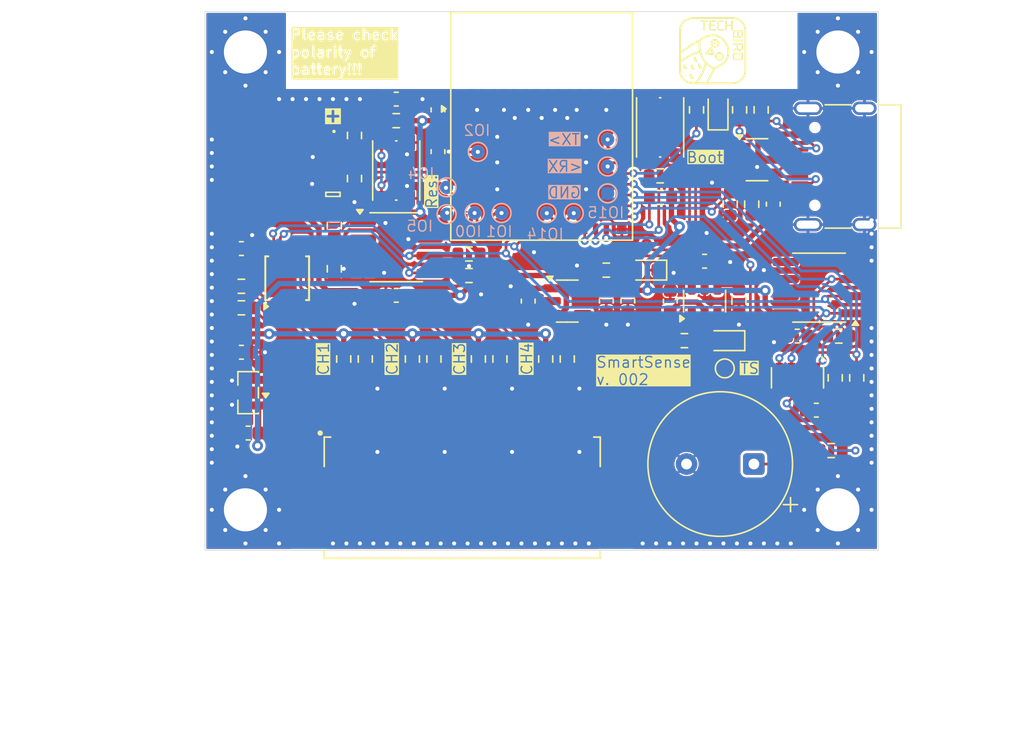
<source format=kicad_pcb>
(kicad_pcb (version 20241229) (generator "pcbnew") (generator_version "9.0")
  (layers (0 "F.Cu" signal) (2 "B.Cu" signal) (13 "F.Paste" user) (15 "B.Paste" user) (5 "F.SilkS" user "F.Silkscreen") (7 "B.SilkS" user "B.Silkscreen") (1 "F.Mask" user) (3 "B.Mask" user) (25 "Edge.Cuts" user))
  (net 0 "")
  (net 1 "GND")
  (net 2 "+5V")
  (net 3 "+3.3V")
  (net 4 "+BATT")
  (net 5 "+3.3VA")
  (net 6 "~{CHARGE}")
  (net 7 "Net-(D1-A)")
  (net 8 "Net-(D2-A)")
  (net 9 "/X_USB_D+")
  (net 10 "/X_USB_D-")
  (net 11 "VBAT")
  (net 12 "Net-(U3-ISET)")
  (net 13 "Net-(U6-EN)")
  (net 14 "LP_I2C_SCL")
  (net 15 "LP_I2C_SDA")
  (net 16 "USB_D+")
  (net 17 "USB_D-")
  (net 18 "Net-(U3-TS)")
  (net 22 "/HEARTBEAT")
  (net 23 "USB_DETECT")
  (net 24 "Net-(U6-IO0)")
  (net 27 "Net-(U6-IO1)")
  (net 28 "Net-(U6-IO2)")
  (net 31 "~{WKUP}")
  (net 33 "Net-(U6-IO14)")
  (net 34 "/RXD_<")
  (net 35 "/TXD_>")
  (net 36 "Net-(U6-IO8)")
  (net 37 "Net-(U6-IO9)")
  (net 38 "~{ALERT}")
  (net 39 "Net-(U7-EVI)")
  (net 40 "Net-(U8-A0)")
  (net 41 "Net-(U8-A1)")
  (net 42 "Net-(U9-ADDR)")
  (net 43 "Net-(U9-ALERT{slash}RDY)")
  (net 44 "Net-(U6-IO4)")
  (net 45 "Net-(U6-IO15)")
  (net 46 "ADC_CH1")
  (net 48 "Net-(U6-IO5)")
  (net 49 "ADC_CH2")
  (net 50 "ADC_CH3")
  (net 51 "Net-(D3-A)")
  (net 52 "ADC_CH4")
  (net 53 "CLKOUT")
  (net 54 "Net-(C15-Pad1)")
  (net 55 "Net-(U7-VBACKUP)")
  (net 57 "Net-(J1-CC1)")
  (net 58 "Net-(J1-CC2)")
  (footprint "Capacitor_SMD:C_0603_1608Metric" (layer "F.Cu") (at 103.2 78.07 180)
    (property "Reference" "C12" (hide yes))
    (property "Value" "100n")
  )
  (footprint "Resistor_SMD:R_0603_1608Metric" (layer "F.Cu") (at 103.2 65.1 180)
    (property "Reference" "R6" (hide yes))
    (property "Value" "10k")
  )
  (footprint "Package_TO_SOT_SMD:SOT-23-6" (layer "F.Cu") (at 129.99 68)
    (property "Reference" "U1" (hide yes))
    (property "Value" "USBLC6-2SC6")
  )
  (footprint "Resistor_SMD:R_0603_1608Metric" (layer "F.Cu") (at 135.5 89.6 180)
    (property "Reference" "R27" (hide yes))
    (property "Value" "0")
  )
  (footprint "Capacitor_SMD:C_0603_1608Metric" (layer "F.Cu") (at 91.7 82.3)
    (property "Reference" "C11" (hide yes))
    (property "Value" "100n")
  )
  (footprint "TB_Connectors:PHOENIX_1771088" (layer "F.Cu") (at 97.85 97.6)
    (property "Reference" "J3" (hide yes))
    (property "Value" "1771088")
  )
  (footprint "Capacitor_SMD:C_0603_1608Metric" (layer "F.Cu") (at 132.980001 81.1 180)
    (property "Reference" "C2" (hide yes))
    (property "Value" "100n")
  )
  (footprint "Resistor_SMD:R_0603_1608Metric" (layer "F.Cu") (at 99.3 82.8 -90)
    (property "Reference" "R5" (hide yes))
    (property "Value" "1.5k")
  )
  (footprint "Resistor_SMD:R_0603_1608Metric" (layer "F.Cu") (at 114.3 82.8 -90)
    (property "Reference" "R24" (hide yes))
    (property "Value" "1.5k")
  )
  (footprint "Resistor_SMD:R_0603_1608Metric" (layer "F.Cu") (at 137.4 84.2 90)
    (property "Reference" "R11" (hide yes))
    (property "Value" "10k")
  )
  (footprint "Resistor_SMD:R_0603_1608Metric" (layer "F.Cu") (at 108.6 76.6 180)
    (property "Reference" "R9" (hide yes))
    (property "Value" "2.2k")
  )
  (footprint "Capacitor_SMD:C_0603_1608Metric" (layer "F.Cu") (at 106.3 67.4 -90)
    (property "Reference" "C9" (hide yes))
    (property "Value" "10u")
  )
  (footprint "Package_SON:MicroCrystal_C7_SON-8_1.5x3.2mm_P0.9mm" (layer "F.Cu") (at 133 84.2 -90)
    (property "Reference" "U7" (hide yes))
    (property "Value" "RV-3028-C7")
  )
  (footprint "Resistor_SMD:R_0603_1608Metric" (layer "F.Cu") (at 122.825 70.8 180)
    (property "Reference" "R12" (hide yes))
    (property "Value" "10k")
  )
  (footprint "Resistor_SMD:R_0603_1608Metric" (layer "F.Cu") (at 118.8 76.2)
    (property "Reference" "R20" (hide yes))
    (property "Value" "100")
  )
  (footprint "Package_SO:SOIC-8_3.9x4.9mm_P1.27mm" (layer "F.Cu") (at 103.2 74.5)
    (property "Reference" "U8" (hide yes))
    (property "Value" "FM24C64B-G")
  )
  (footprint "Resistor_SMD:R_0603_1608Metric" (layer "F.Cu") (at 91.7 77.4)
    (property "Reference" "R17" (hide yes))
    (property "Value" "10k")
  )
  (footprint "Button_Switch_SMD:SW_Push_1P1T_NO_Vertical_Wuerth_434133025816" (layer "F.Cu") (at 122.8 65.6 -90)
    (property "Reference" "SW2" (hide yes))
    (property "Value" "SKRPARE010")
  )
  (footprint "000_Connector:JST_S2B-PH-SM4-TB" (layer "F.Cu") (at 96.975 67.8 90)
    (property "Reference" "J2" (hide yes))
    (property "Value" "S2B-PH-SM4")
  )
  (footprint "Capacitor_SMD:C_0603_1608Metric" (layer "F.Cu") (at 118.8 78.500001 -90)
    (property "Reference" "C6" (hide yes))
    (property "Value" "10u")
  )
  (footprint "Package_SO:SOIC-8_3.9x4.9mm_P1.27mm" (layer "F.Cu") (at 134.6 77.5 180)
    (property "Reference" "U2" (hide yes))
    (property "Value" "TMP1075D")
  )
  (footprint "Resistor_SMD:R_0603_1608Metric" (layer "F.Cu") (at 109.3 82.8 -90)
    (property "Reference" "R23" (hide yes))
    (property "Value" "1.5k")
  )
  (footprint "Resistor_SMD:R_0603_1608Metric" (layer "F.Cu") (at 125.5 64.3 90)
    (property "Reference" "R10" (hide yes))
    (property "Value" "100")
  )
  (footprint "Resistor_SMD:R_0603_1608Metric" (layer "F.Cu") (at 122.8 69.2 180)
    (property "Reference" "R19" (hide yes))
    (property "Value" "10k")
  )
  (footprint "Package_TO_SOT_SMD:SOT-23" (layer "F.Cu") (at 92.2 85.3 180)
    (property "Reference" "U5" (hide yes))
    (property "Value" "REF3033")
  )
  (footprint "Resistor_SMD:R_0603_1608Metric" (layer "F.Cu") (at 129.6 71.3 90)
    (property "Reference" "R21" (hide yes))
    (property "Value" "10k")
  )
  (footprint "Resistor_SMD:R_0603_1608Metric" (layer "F.Cu") (at 136.070001 81.1)
    (property "Reference" "R13" (hide yes))
    (property "Value" "10k")
  )
  (footprint "000_Text:TechBird_Silk" (layer "F.Cu") (at 126.718446 60.11093)
    (property "Reference" "T1" (hide yes))
    (property "Value" "~" (hide yes))
  )
  (footprint "Resistor_SMD:R_0603_1608Metric" (layer "F.Cu") (at 91.7 79)
    (property "Reference" "R18" (hide yes))
    (property "Value" "10k")
  )
  (footprint "MountingHole:MountingHole_3.2mm_M3_DIN965_Pad" (layer "F.Cu") (at 136 60)
    (property "Reference" "H3" (hide yes))
    (property "Value" "MountingHole_Pad")
  )
  (footprint "Resistor_SMD:R_0603_1608Metric" (layer "F.Cu") (at 104.4 82.8 -90)
    (property "Reference" "R7" (hide yes))
    (property "Value" "1.5k")
  )
  (footprint "Resistor_SMD:R_0603_1608Metric" (layer "F.Cu") (at 130.3 64.3 90)
    (property "Reference" "R26" (hide yes))
    (property "Value" "5.1k")
  )
  (footprint "Capacitor_SMD:C_0603_1608Metric" (layer "F.Cu") (at 126.1 75.5375)
    (property "Reference" "C3" (hide yes))
    (property "Value" "100n")
  )
  (footprint "Resistor_SMD:R_0603_1608Metric" (layer "F.Cu") (at 106 82.8 -90)
    (property "Reference" "R29" (hide yes))
    (property "Value" "0")
  )
  (footprint "Resistor_SMD:R_0603_1608Metric" (layer "F.Cu") (at 124.6 81.4375)
    (property "Reference" "R1" (hide yes))
    (property "Value" "280")
  )
  (footprint "Package_TO_SOT_SMD:SOT-23-5" (layer "F.Cu") (at 115.9 78.5)
    (property "Reference" "U4" (hide yes))
    (property "Value" "TLV75733PDBV")
  )
  (footprint "MountingHole:MountingHole_3.2mm_M3_DIN965_Pad" (layer "F.Cu") (at 92 94)
    (property "Reference" "H2" (hide yes))
    (property "Value" "MountingHole_Pad")
  )
  (footprint "Resistor_SMD:R_0603_1608Metric" (layer "F.Cu") (at 108.6 75 180)
    (property "Reference" "R8" (hide yes))
    (property "Value" "2.2k")
  )
  (footprint "LED_SMD:LED_0603_1608Metric" (layer "F.Cu") (at 127.6 81.4375 180)
    (property "Reference" "D1" (hide yes))
    (property "Value" "LTST-C193TBKT-5A")
  )
  (footprint "Capacitor_SMD:C_0603_1608Metric" (layer "F.Cu") (at 134.4 86.6 180)
    (property "Reference" "C13" (hide yes))
    (property "Value" "100n")
  )
  (footprint "Capacitor_SMD:C_0603_1608Metric" (layer "F.Cu") (at 123.55 78.5 90)
    (property "Reference" "C4" (hide yes))
    (property "Value" "1u")
  )
  (footprint "Capacitor_SMD:C_0603_1608Metric" (layer "F.Cu") (at 103.2 63.5)
    (property "Reference" "C18" (hide yes))
    (property "Value" "1u")
  )
  (footprint "Resistor_SMD:R_0603_1608Metric" (layer "F.Cu") (at 128 71.3 -90)
    (property "Reference" "R22" (hide yes))
    (property "Value" "6.8k")
  )
  (footprint "Resistor_SMD:R_0603_1608Metric" (layer "F.Cu") (at 100.1 69.4 -90)
    (property "Reference" "R4" (hide yes))
    (property "Value" "24k")
  )
  (footprint "Capacitor_SMD:C_0603_1608Metric" (layer "F.Cu") (at 92.2 88.3 180)
    (property "Reference" "C10" (hide yes))
    (property "Value" "100n")
  )
  (footprint "Button_Switch_SMD:SW_Push_1P1T_NO_Vertical_Wuerth_434133025816" (layer "F.Cu") (at 103.2 68.8 -90)
    (property "Reference" "SW1" (hide yes))
    (property "Value" "SKRPARE010")
  )
  (footprint "LED_SMD:LED_0603_1608Metric" (layer "F.Cu") (at 121.8 76.2 180)
    (property "Reference" "D3" (hide yes))
    (property "Value" "LTST-C193TBKT-5A")
  )
  (footprint "Package_SO:TSSOP-10_3x3mm_P0.5mm" (layer "F.Cu") (at 95.1 76.8 90)
    (property "Reference" "U9" (hide yes))
    (property "Value" "ADS1015IDGSR")
  )
  (footprint "Capacitor_SMD:C_0603_1608Metric" (layer "F.Cu") (at 91.7 74.6)
    (property "Reference" "C14" (hide yes))
    (property "Value" "100n")
  )
  (footprint "Resistor_SMD:R_0603_1608Metric" (layer "F.Cu") (at 128.650001 78.5 -90)
    (property "Reference" "R3" (hide yes))
    (property "Value" "1.5k")
  )
  (footprint "TestPoint:TestPoint_Pad_D1.0mm" (layer "F.Cu") (at 127.6 83.5)
    (property "Reference" "TP3" (hide yes))
    (property "Value" "TestPoint")
  )
  (footprint "Capacitor_SMD:C_0603_1608Metric" (layer "F.Cu") (at 113 78.500003 -90)
    (property "Reference" "C5" (hide yes))
    (property "Value" "100n")
  )
  (footprint "Resistor_SMD:R_0603_1608Metric" (layer "F.Cu") (at 110.9 82.8 -90)
    (property "Reference" "R30" (hide yes))
    (property "Value" "0")
  )
  (footprint "Capacitor_SMD:C_0603_1608Metric" (layer "F.Cu") (at 131.2 71.3 90)
    (property "Reference" "C1" (hide yes))
    (property "Value" "100n")
  )
  (footprint "Capacitor_SMD:C_0603_1608Metric" (layer "F.Cu") (at 120.4 78.500003 -90)
    (property "Reference" "C7" (hide yes))
    (property "Value" "100n")
  )
  (footprint "Capacitor_THT:CP_Radial_Tantal_D10.5mm_P5.00mm" (layer "F.Cu") (at 129.758934 90.6 180)
    (property "Reference" "C15" (hide yes))
    (property "Value" "100m")
  )
  (footprint "Connector_USB:USB_C_Receptacle_G-Switch_GT-USB-7010ASV" (layer "F.Cu") (at 136.9 68.5 90)
    (property "Reference" "J1" (hide yes))
    (property "Value" "UJ20-C-H-G-SMT-P16-TR")
  )
  (footprint "MountingHole:MountingHole_3.2mm_M3_DIN965_Pad" (layer "F.Cu") (at 136 94)
    (property "Reference" "H4" (hide yes))
    (property "Value" "MountingHole_Pad")
  )
  (footprint "Resistor_SMD:R_0603_1608Metric" (layer "F.Cu") (at 98.6 72.9 -90)
    (property "Reference" "R15" (hide yes))
    (property "Value" "10k")
  )
  (footprint "Capacitor_SMD:C_0603_1608Metric" (layer "F.Cu") (at 106.3 64.3 90)
    (property "Reference" "C8" (hide yes))
    (property "Value" "100n")
  )
  (footprint "Resistor_SMD:R_0603_1608Metric" (layer "F.Cu") (at 100.1 66.2 -90)
    (property "Reference" "R2" (hide yes))
    (property "Value" "10k")
  )
  (footprint "Resistor_SMD:R_0603_1608Metric" (layer "F.Cu") (at 115.9 82.8 -90)
    (property "Reference" "R31" (hide yes))
    (property "Value" "0")
  )
  (footprint "Resistor_SMD:R_0603_1608Metric" (layer "F.Cu") (at 135.8 84.2 90)
    (property "Reference" "R14" (hide yes))
    (property "Value" "10k")
  )
  (footprint "Resistor_SMD:R_0603_1608Metric" (layer "F.Cu") (at 98.6 76.1 -90)
    (property "Reference" "R16" (hide yes))
    (property "Value" "10k")
  )
  (footprint "Resistor_SMD:R_0603_1608Metric" (layer "F.Cu") (at 100.9 82.8 -90)
    (property "Reference" "R28" (hide yes))
    (property "Value" "0")
  )
  (footprint "LED_SMD:LED_0603_1608Metric" (layer "F.Cu") (at 127.1 64.3 90)
    (property "Reference" "D2" (hide yes))
    (property "Value" "LTST-C193TBKT-5A")
  )
  (footprint "RF_Module:ESP32-C6-MINI-1" (layer "F.Cu") (at 114 68.225)
    (property "Reference" "U6" (hide yes))
    (property "Value" "ESP32-C6-MINI-1-N4")
  )
  (footprint "MountingHole:MountingHole_3.2mm_M3_DIN965_Pad" (layer "F.Cu") (at 92 60)
    (property "Reference" "H1" (hide yes))
    (property "Value" "MountingHole_Pad")
  )
  (footprint "Package_TO_SOT_SMD:SOT-23-6" (layer "F.Cu") (at 126.1 78.5 90)
    (property "Reference" "U3" (hide yes))
    (property "Value" "BQ21040DBVR")
  )
  (footprint "Resistor_SMD:R_0603_1608Metric" (layer "F.Cu") (at 128.7 64.3 90)
    (property "Reference" "R25" (hide yes))
    (property "Value" "5.1k")
  )
  (footprint "TestPoint:TestPoint_Pad_D1.0mm" (layer "B.Cu") (at 116.38 71.97)
    (property "Reference" "TP9" (hide yes))
    (property "Value" "TestPoint")
  )
  (footprint "TestPoint:TestPoint_Pad_D1.0mm" (layer "B.Cu") (at 118.9 68.5)
    (property "Reference" "TP2" (hide yes))
    (property "Value" "TestPoint")
  )
  (footprint "TestPoint:TestPoint_Pad_D1.0mm" (layer "B.Cu") (at 109.26 67.42)
    (property "Reference" "TP6" (hide yes))
    (property "Value" "TestPoint")
  )
  (footprint "TestPoint:TestPoint_Pad_D1.0mm" (layer "B.Cu") (at 118.9 70.5)
    (property "Reference" "TP11" (hide yes))
    (property "Value" "TestPoint")
  )
  (footprint "TestPoint:TestPoint_Pad_D1.0mm" (layer "B.Cu") (at 118.9 66.5)
    (property "Reference" "TP1" (hide yes))
    (property "Value" "TestPoint")
  )
  (footprint "TestPoint:TestPoint_Pad_D1.0mm" (layer "B.Cu") (at 106.93 70.05)
    (property "Reference" "TP8" (hide yes))
    (property "Value" "TestPoint")
  )
  (footprint "TestPoint:TestPoint_Pad_D1.0mm" (layer "B.Cu") (at 106.94 72.05)
    (property "Reference" "TP10" (hide yes))
    (property "Value" "TestPoint")
  )
  (footprint "TestPoint:TestPoint_Pad_D1.0mm" (layer "B.Cu") (at 111.02 71.96)
    (property "Reference" "TP5" (hide yes))
    (property "Value" "TestPoint")
  )
  (footprint "TestPoint:TestPoint_Pad_D1.0mm" (layer "B.Cu") (at 109.02 71.96)
    (property "Reference" "TP4" (hide yes))
    (property "Value" "TestPoint")
  )
  (footprint "TestPoint:TestPoint_Pad_D1.0mm" (layer "B.Cu") (at 114.38 71.97)
    (property "Reference" "TP7" (hide yes))
    (property "Value" "TestPoint")
  )
  (gr_rect (start 89 57) (end 139 97) (stroke (width 0.05)) (fill no) (layer "Edge.Cuts"))
  (gr_text "CH4" (at 112.9 82.8 90) (layer "F.SilkS" knockout) (effects (font (size 0.8 0.8) (thickness 0.1))))
  (gr_text "CH2" (at 102.9 82.8 90) (layer "F.SilkS" knockout) (effects (font (size 0.8 0.8) (thickness 0.1))))
  (gr_text "CH1" (at 97.8 82.8 90) (layer "F.SilkS" knockout) (effects (font (size 0.8 0.8) (thickness 0.1))))
  (gr_text "TS" (at 128.7 83.5 0) (layer "F.SilkS" knockout) (effects (font (size 0.8 0.8) (thickness 0.1)) (justify left)))
  (gr_text "Res." (at 106.3 71.7 90) (layer "F.SilkS" knockout) (effects (font (size 0.8 0.8) (thickness 0.1)) (justify left bottom)))
  (gr_text "-" (at 98.5 70.5 0) (layer "F.SilkS" knockout) (effects (font (size 1 1) (thickness 0.2) (bold yes))))
  (gr_text "Please check\npolarity of\nbattery!!!" (at 95.3 60 0) (layer "F.SilkS" knockout) (effects (font (size 0.8 0.8) (thickness 0.1)) (justify left)))
  (gr_text "SmartSense\nv. 002" (at 118 84.8 0) (layer "F.SilkS" knockout) (effects (font (size 0.8 0.8) (thickness 0.1)) (justify left bottom)))
  (gr_text "+" (at 98.5 64.7 0) (layer "F.SilkS" knockout) (effects (font (size 1 1) (thickness 0.2) (bold yes))))
  (gr_text "Boot" (at 124.7 68.3 0) (layer "F.SilkS" knockout) (effects (font (size 0.8 0.8) (thickness 0.1)) (justify left bottom)))
  (gr_text "CH3" (at 107.9 82.8 90) (layer "F.SilkS" knockout) (effects (font (size 0.8 0.8) (thickness 0.1))))
  (gr_text "IO15" (at 120.2 72.4 0) (layer "B.SilkS") (effects (font (size 0.8 0.8) (thickness 0.1)) (justify left bottom mirror)))
  (gr_text "TX>" (at 116.9 66.5 0) (layer "B.SilkS" knockout) (effects (font (size 0.8 0.8) (thickness 0.1)) (justify left mirror)))
  (gr_text "<RX" (at 117.090476 68.5 0) (layer "B.SilkS" knockout) (effects (font (size 0.8 0.8) (thickness 0.1)) (justify left mirror)))
  (gr_text "\nGND" (at 116.97619 69.8 0) (layer "B.SilkS" knockout) (effects (font (size 0.8 0.8) (thickness 0.1)) (justify left mirror)))
  (gr_text "IO0" (at 109.6 73.8 0) (layer "B.SilkS") (effects (font (size 0.8 0.8) (thickness 0.1)) (justify left bottom mirror)))
  (gr_text "IO1" (at 111.9 73.8 0) (layer "B.SilkS") (effects (font (size 0.8 0.8) (thickness 0.1)) (justify left bottom mirror)))
  (gr_text "IO4" (at 106.1 69.5 0) (layer "B.SilkS") (effects (font (size 0.8 0.8) (thickness 0.1)) (justify left bottom mirror)))
  (gr_text "IO14" (at 115.7 74 0) (layer "B.SilkS") (effects (font (size 0.8 0.8) (thickness 0.1)) (justify left bottom mirror)))
  (gr_text "IO2" (at 110.25 66.29 0) (layer "B.SilkS") (effects (font (size 0.8 0.8) (thickness 0.1)) (justify left bottom mirror)))
  (gr_text "IO5" (at 106 73.4 0) (layer "B.SilkS") (effects (font (size 0.8 0.8) (thickness 0.1)) (justify left bottom mirror)))
  (segment (start 129.46 68) (end 130 68.54) (width 0.4) (layer "F.Cu") (net 1))
  (segment (start 128.8525 68) (end 129.46 68) (width 0.4) (layer "F.Cu") (net 1))
  (via (at 90.5 95.5) (size 0.6) (drill 0.3) (layers "F.Cu" "B.Cu") (net 1))
  (via (at 125.5 96.5) (size 0.6) (drill 0.3) (layers "F.Cu" "B.Cu") (net 1))
  (via (at 111.8 89.7) (size 0.6) (drill 0.3) (layers "F.Cu" "B.Cu") (net 1))
  (via (at 112 64.9) (size 0.6) (drill 0.3) (layers "F.Cu" "B.Cu") (net 1))
  (via (at 91.4 89.3) (size 0.6) (drill 0.3) (layers "F.Cu" "B.Cu") (net 1))
  (via (at 138.5 82.5) (size 0.6) (drill 0.3) (layers "F.Cu" "B.Cu") (net 1))
  (via (at 101.8 89.7) (size 0.6) (drill 0.3) (layers "F.Cu" "B.Cu") (net 1))
  (via (at 112.5 96.5) (size 0.6) (drill 0.3) (layers "F.Cu" "B.Cu") (net 1))
  (via (at 138.5 84.5) (size 0.6) (drill 0.3) (layers "F.Cu" "B.Cu") (net 1))
  (via (at 138.5 83.5) (size 0.6) (drill 0.3) (layers "F.Cu" "B.Cu") (net 1))
  (via (at 117.3 68.2) (size 0.6) (drill 0.3) (layers "F.Cu" "B.Cu") (net 1))
  (via (at 110.7 66.3) (size 0.6) (drill 0.3) (layers "F.Cu" "B.Cu") (net 1))
  (via (at 113.43 74.87) (size 0.6) (drill 0.3) (layers "F.Cu" "B.Cu") (net 1))
  (via (at 104 67.6) (size 0.6) (drill 0.3) (layers "F.Cu" "B.Cu") (net 1))
  (via (at 92 62.5) (size 0.6) (drill 0.3) (layers "F.Cu" "B.Cu") (net 1))
  (via (at 99.5 63.5) (size 0.6) (drill 0.3) (layers "F.Cu" "B.Cu") (net 1))
  (via (at 138.5 80.5) (size 0.6) (drill 0.3) (layers "F.Cu" "B.Cu") (net 1))
  (via (at 117.5 96.5) (size 0.6) (drill 0.3) (layers "F.Cu" "B.Cu") (net 1))
  (via (at 90.5 92.5) (size 0.6) (drill 0.3) (layers "F.Cu" "B.Cu") (net 1))
  (via (at 104 69.95) (size 0.6) (drill 0.3) (layers "F.Cu" "B.Cu") (net 1))
  (via (at 136 57.5) (size 0.6) (drill 0.3) (layers "F.Cu" "B.Cu") (net 1))
  (via (at 137.5 61.5) (size 0.6) (drill 0.3) (layers "F.Cu" "B.Cu") (net 1))
  (via (at 136 62.5) (size 0.6) (drill 0.3) (layers "F.Cu" "B.Cu") (net 1))
  (via (at 116.8 85) (size 0.6) (drill 0.3) (layers "F.Cu" "B.Cu") (net 1))
  (via (at 137.5 92.5) (size 0.6) (drill 0.3) (layers "F.Cu" "B.Cu") (net 1))
  (via (at 89.5 67.5) (size 0.6) (drill 0.3) (layers "F.Cu" "B.Cu") (net 1))
  (via (at 132.500002 96.5) (size 0.6) (drill 0.3) (layers "F.Cu" "B.Cu") (net 1))
  (via (at 118.8 80.25) (size 0.6) (drill 0.3) (layers "F.Cu" "B.Cu") (net 1))
  (via (at 138.5 74.5) (size 0.6) (drill 0.3) (layers "F.Cu" "B.Cu") (net 1))
  (via (at 138.5 85.5) (size 0.6) (drill 0.3) (layers "F.Cu" "B.Cu") (net 1))
  (via (at 97.5 63.5) (size 0.6) (drill 0.3) (layers "F.Cu" "B.Cu") (net 1))
  (via (at 138.5 75.5) (size 0.6) (drill 0.3) (layers "F.Cu" "B.Cu") (net 1))
  (via (at 89.5 76.5) (size 0.6) (drill 0.3) (layers "F.Cu" "B.Cu") (net 1))
  (via (at 91 84.4) (size 0.6) (drill 0.3) (layers "F.Cu" "B.Cu") (net 1))
  (via (at 113 64.3) (size 0.6) (drill 0.3) (layers "F.Cu" "B.Cu") (net 1))
  (via (at 90.5 58.5) (size 0.6) (drill 0.3) (layers "F.Cu" "B.Cu") (net 1))
  (via (at 118.8 64.3) (size 0.6) (drill 0.3) (layers "F.Cu" "B.Cu") (net 1))
  (via (at 92 57.5) (size 0.6) (drill 0.3) (layers "F.Cu" "B.Cu") (net 1))
  (via (at 110.7 68.2) (size 0.6) (drill 0.3) (layers "F.Cu" "B.Cu") (net 1))
  (via (at 109.2 64.3) (size 0.6) (drill 0.3) (layers "F.Cu" "B.Cu") (net 1))
  (via (at 92 91.5) (size 0.6) (drill 0.3) (layers "F.Cu" "B.Cu") (net 1))
  (via (at 134.5 61.5) (size 0.6) (drill 0.3) (layers "F.Cu" "B.Cu") (net 1))
  (via (at 126.5 96.5) (size 0.6) (drill 0.3) (layers "F.Cu" "B.Cu") (net 1))
  (via (at 89.5 89.5) (size 0.6) (drill 0.3) (layers "F.Cu" "B.Cu") (net 1))
  (via (at 111.7 77.4) (size 0.6) (drill 0.3) (layers "F.Cu" "B.Cu") (net 1))
  (via (at 106.500001 96.5) (size 0.6) (drill 0.3) (layers "F.Cu" "B.Cu") (net 1))
  (via (at 133.5 60) (size 0.6) (drill 0.3) (layers "F.Cu" "B.Cu") (net 1))
  (via (at 89.5 77.5) (size 0.6) (drill 0.3) (layers "F.Cu" "B.Cu") (net 1))
  (via (at 138.5 72.5) (size 0.6) (drill 0.3) (layers "F.Cu" "B.Cu") (net 1))
  (via (at 102.3 76.4) (size 0.6) (drill 0.3) (layers "F.Cu" "B.Cu") (net 1))
  (via (at 123.8 76.4) (size 0.6) (drill 0.3) (layers "F.Cu" "B.Cu") (net 1))
  (via (at 138.5 94) (size 0.6) (drill 0.3) (layers "F.Cu" "B.Cu") (net 1))
  (via (at 104.5 96.5) (size 0.6) (drill 0.3) (layers "F.Cu" "B.Cu") (net 1))
  (via (at 89.5 85.5) (size 0.6) (drill 0.3) (layers "F.Cu" "B.Cu") (net 1))
  (via (at 114.5 96.5) (size 0.6) (drill 0.3) (layers "F.Cu" "B.Cu") (net 1))
  (via (at 124.500001 96.5) (size 0.6) (drill 0.3) (layers "F.Cu" "B.Cu") (net 1))
  (via (at 94.5 94) (size 0.6) (drill 0.3) (layers "F.Cu" "B.Cu") (net 1))
  (via (at 97 67.8) (size 0.6) (drill 0.3) (layers "F.Cu" "B.Cu") (net 1))
  (via (at 126.25 73.44) (size 0.6) (drill 0.3) (layers "F.Cu" "B.Cu") (net 1))
  (via (at 126.65 69.7) (size 0.6) (drill 0.3) (layers "F.Cu" "B.Cu") (net 1))
  (via (at 93.5 61.5) (size 0.6) (drill 0.3) (layers "F.Cu" "B.Cu") (net 1))
  (via (at 99.5 96.5) (size 0.6) (drill 0.3) (layers "F.Cu" "B.Cu") (net 1))
  (via (at 89.5 68.5) (size 0.6) (drill 0.3) (layers "F.Cu" "B.Cu") (net 1))
  (via (at 100.5 96.5) (size 0.6) (drill 0.3) (layers "F.Cu" "B.Cu") (net 1))
  (via (at 107.5 96.5) (size 0.6) (drill 0.3) (layers "F.Cu" "B.Cu") (net 1))
  (via (at 130.500001 96.5) (size 0.6) (drill 0.3) (layers "F.Cu" "B.Cu") (net 1))
  (via (at 100.1 71.15) (size 0.6) (drill 0.3) (layers "F.Cu" "B.Cu") (net 1))
  (via (at 137.5 95.5) (size 0.6) (drill 0.3) (layers "F.Cu" "B.Cu") (net 1))
  (via (at 93.45 82.3) (size 0.6) (drill 0.3) (layers "F.Cu" "B.Cu") (net 1))
  (via (at 89.5 82.5) (size 0.6) (drill 0.3) (layers "F.Cu" "B.Cu") (net 1))
  (via (at 129.499999 96.5) (size 0.6) (drill 0.3) (layers "F.Cu" "B.Cu") (net 1))
  (via (at 136 96.5) (size 0.6) (drill 0.3) (layers "F.Cu" "B.Cu") (net 1))
  (via (at 102.4 72.7) (size 0.6) (drill 0.3) (layers "F.Cu" "B.Cu") (net 1))
  (via (at 103.5 96.5) (size 0.6) (drill 0.3) (layers "F.Cu" "B.Cu") (net 1))
  (via (at 115.500001 96.5) (size 0.6) (drill 0.3) (layers "F.Cu" "B.Cu") (net 1))
  (via (at 89.5 81.5) (size 0.6) (drill 0.3) (layers "F.Cu" "B.Cu") (net 1))
  (via (at 89.5 90.5) (size 0.6) (drill 0.3) (layers "F.Cu" "B.Cu") (net 1))
  (via (at 109.5 78) (size 0.6) (drill 0.3) (layers "F.Cu" "B.Cu") (net 1))
  (via (at 89.5 88.5) (size 0.6) (drill 0.3) (layers "F.Cu" "B.Cu") (net 1))
  (via (at 102.499999 96.5) (size 0.6) (drill 0.3) (layers "F.Cu" "B.Cu") (net 1))
  (via (at 89.5 80.5) (size 0.6) (drill 0.3) (layers "F.Cu" "B.Cu") (net 1))
  (via (at 106.8 89.7) (size 0.6) (drill 0.3) (layers "F.Cu" "B.Cu") (net 1))
  (via (at 98.5 96.5) (size 0.6) (drill 0.3) (layers "F.Cu" "B.Cu") (net 1))
  (via (at 133.5 94) (size 0.6) (drill 0.3) (layers "F.Cu" "B.Cu") (net 1))
  (via (at 117.3 70.2) (size 0.6) (drill 0.3) (layers "F.Cu" "B.Cu") (net 1))
  (via (at 116.62 75.86) (size 0.6) (drill 0.3) (layers "F.Cu" "B.Cu") (net 1))
  (via (at 93.5 92.5) (size 0.6) (drill 0.3) (layers "F.Cu" "B.Cu") (net 1))
  (via (at 128.65 80.25) (size 0.6) (drill 0.3) (layers "F.Cu" "B.Cu") (net 1))
  (via (at 130 68.54) (size 0.6) (drill 0.3) (layers "F.Cu" "B.Cu") (net 1))
  (via (at 89.5 75.5) (size 0.6) (drill 0.3) (layers "F.Cu" "B.Cu") (net 1))
  (via (at 101.5 96.5) (size 0.6) (drill 0.3) (layers "F.Cu" "B.Cu") (net 1))
  (via (at 131.500001 96.5) (size 0.6) (drill 0.3) (layers "F.Cu" "B.Cu") (net 1))
  (via (at 94.5 96.5) (size 0.6) (drill 0.3) (layers "F.Cu" "B.Cu") (net 1))
  (via (at 138.5 89.5) (size 0.6) (drill 0.3) (layers "F.Cu" "B.Cu") (net 1))
  (via (at 108.6 75.9) (size 0.6) (drill 0.3) (layers "F.Cu" "B.Cu") (net 1))
  (via (at 100.1 78.7) (size 0.6) (drill 0.3) (layers "F.Cu" "B.Cu") (net 1))
  (via (at 95.5 63.5) (size 0.6) (drill 0.3) (layers "F.Cu" "B.Cu") (net 1))
  (via (at 89.5 87.5) (size 0.6) (drill 0.3) (layers "F.Cu" "B.Cu") (net 1))
  (via (at 89.5 73.5) (size 0.6) (drill 0.3) (layers "F.Cu" "B.Cu") (net 1))
  (via (at 93.5 95.5) (size 0.6) (drill 0.3) (layers "F.Cu" "B.Cu") (net 1))
  (via (at 116.6 64.3) (size 0.6) (drill 0.3) (layers "F.Cu" "B.Cu") (net 1))
  (via (at 134.5 92.5) (size 0.6) (drill 0.3) (layers "F.Cu" "B.Cu") (net 1))
  (via (at 130.5 76.2) (size 0.6) (drill 0.3) (layers "F.Cu" "B.Cu") (net 1))
  (via (at 113.5 96.5) (size 0.6) (drill 0.3) (layers "F.Cu" "B.Cu") (net 1))
  (via (at 111.8 85) (size 0.6) (drill 0.3) (layers "F.Cu" "B.Cu") (net 1))
  (via (at 136 91.5) (size 0.6) (drill 0.3) (layers "F.Cu" "B.Cu") (net 1))
  (via (at 121.5 96.5) (size 0.6) (drill 0.3) (layers "F.Cu" "B.Cu") (net 1))
  (via (at 89.5 69.5) (size 0.6) (drill 0.3) (layers "F.Cu" "B.Cu") (net 1))
  (via (at 100.5 63.5) (size 0.6) (drill 0.3) (layers "F.Cu" "B.Cu") (net 1))
  (via (at 94.5 63.5) (size 0.6) (drill 0.3) (layers "F.Cu" "B.Cu") (net 1))
  (via (at 138.5 81.5) (size 0.6) (drill 0.3) (layers "F.Cu" "B.Cu") (net 1))
  (via (at 105.15 63.5) (size 0.6) (drill 0.3) (layers "F.Cu" "B.Cu") (net 1))
  (via (at 114 64.9) (size 0.6) (drill 0.3) (layers "F.Cu" "B.Cu") (net 1))
  (via (at 127.5 96.5) (size 0.6) (drill 0.3) (layers "F.Cu" "B.Cu") (net 1))
  (via (at 110.7 70.2) (size 0.6) (drill 0.3) (layers "F.Cu" "B.Cu") (net 1))
  (via (at 111.499999 96.5) (size 0.6) (drill 0.3) (layers "F.Cu" "B.Cu") (net 1))
  (via (at 89.5 78.5) (size 0.6) (drill 0.3) (layers "F.Cu" "B.Cu") (net 1))
  (via (at 115 64.3) (size 0.6) (drill 0.3) (layers "F.Cu" "B.Cu") (net 1))
  (via (at 89.5 60) (size 0.6) (drill 0.3) (layers "F.Cu" "B.Cu") (net 1))
  (via (at 134.5 95.5) (size 0.6) (drill 0.3) (layers "F.Cu" "B.Cu") (net 1))
  (via (at 107.1 67.4) (size 0.6) (drill 0.3) (layers "F.Cu" "B.Cu") (net 1))
  (via (at 123.5 96.5) (size 0.6) (drill 0.3) (layers "F.Cu" "B.Cu") (net 1))
  (via (at 113 80.25) (size 0.6) (drill 0.3) (layers "F.Cu" "B.Cu") (net 1))
  (via (at 128 75.6) (size 0.6) (drill 0.3) (layers "F.Cu" "B.Cu") (net 1))
  (via (at 131.25 81.55) (size 0.6) (drill 0.3) (layers "F.Cu" "B.Cu") (net 1))
  (via (at 96.5 63.5) (size 0.6) (drill 0.3) (layers "F.Cu" "B.Cu") (net 1))
  (via (at 117.3 66.3) (size 0.6) (drill 0.3) (layers "F.Cu" "B.Cu") (net 1))
  (via (at 89.5 66.5) (size 0.6) (drill 0.3) (layers "F.Cu" "B.Cu") (net 1))
  (via (at 137.5 58.5) (size 0.6) (drill 0.3) (layers "F.Cu" "B.Cu") (net 1))
  (via (at 99.3 76.1) (size 0.6) (drill 0.3) (layers "F.Cu" "B.Cu") (net 1))
  (via (at 96.95 69.8) (size 0.6) (drill 0.3) (layers "F.Cu" "B.Cu") (net 1))
  (via (at 104.1 73.9) (size 0.6) (drill 0.3) (layers "F.Cu" "B.Cu") (net 1))
  (via (at 111.2 64.3) (size 0.6) (drill 0.3) (layers "F.Cu" "B.Cu") (net 1))
  (via (at 134.5 58.5) (size 0.6) (drill 0.3) (layers "F.Cu" "B.Cu") (net 1))
  (via (at 138.5 87.5) (size 0.6) (drill 0.3) (layers "F.Cu" "B.Cu") (net 1))
  (via (at 138.5 90.5) (size 0.6) (drill 0.3) (layers "F.Cu" "B.Cu") (net 1))
  (via (at 91 86.2) (size 0.6) (drill 0.3) (layers "F.Cu" "B.Cu") (net 1))
  (via (at 92 96.5) (size 0.6) (drill 0.3) (layers "F.Cu" "B.Cu") (net 1))
  (via (at 94.5 60) (size 0.6) (drill 0.3) (layers "F.Cu" "B.Cu") (net 1))
  (via (at 128.5 96.5) (size 0.6) (drill 0.3) (layers "F.Cu" "B.Cu") (net 1))
  (via (at 89.5 84.5) (size 0.6) (drill 0.3) (layers "F.Cu" "B.Cu") (net 1))
  (via (at 109.5 96.5) (size 0.6) (drill 0.3) (layers "F.Cu" "B.Cu") (net 1))
  (via (at 105.5 96.5) (size 0.6) (drill 0.3) (layers "F.Cu" "B.Cu") (net 1))
  (via (at 92.5 73.6) (size 0.6) (drill 0.3) (layers "F.Cu" "B.Cu") (net 1))
  (via (at 89.5 86.5) (size 0.6) (drill 0.3) (layers "F.Cu" "B.Cu") (net 1))
  (via (at 98.5 63.5) (size 0.6) (drill 0.3) (layers "F.Cu" "B.Cu") (net 1))
  (via (at 90.5 61.5) (size 0.6) (drill 0.3) (layers "F.Cu" "B.Cu") (net 1))
  (via (at 138.5 60) (size 0.6) (drill 0.3) (layers "F.Cu" "B.Cu") (net 1))
  (via (at 138.5 73.5) (size 0.6) (drill 0.3) (layers "F.Cu" "B.Cu") (net 1))
  (via (at 106.8 85) (size 0.6) (drill 0.3) (layers "F.Cu" "B.Cu") (net 1))
  (via (at 89.5 79.5) (size 0.6) (drill 0.3) (layers "F.Cu" "B.Cu") (net 1))
  (via (at 138.5 86.5) (size 0.6) (drill 0.3) (layers "F.Cu" "B.Cu") (net 1))
  (via (at 120.4 80.25) (size 0.6) (drill 0.3) (layers "F.Cu" "B.Cu") (net 1))
  (via (at 108.5 96.5) (size 0.6) (drill 0.3) (layers "F.Cu" "B.Cu") (net 1))
  (via (at 122.5 96.5) (size 0.6) (drill 0.3) (layers "F.Cu" "B.Cu") (net 1))
  (via (at 101.8 85) (size 0.6) (drill 0.3) (layers "F.Cu" "B.Cu") (net 1))
  (via (at 115.9 64.9) (size 0.6) (drill 0.3) (layers "F.Cu" "B.Cu") (net 1))
  (via (at 116.5 96.5) (size 0.6) (drill 0.3) (layers "F.Cu" "B.Cu") (net 1))
  (via (at 110.5 96.5) (size 0.6) (drill 0.3) (layers "F.Cu" "B.Cu") (net 1))
  (via (at 138.5 88.5) (size 0.6) (drill 0.3) (layers "F.Cu" "B.Cu") (net 1))
  (via (at 116.8 89.7) (size 0.6) (drill 0.3) (layers "F.Cu" "B.Cu") (net 1))
  (via (at 89.5 94) (size 0.6) (drill 0.3) (layers "F.Cu" "B.Cu") (net 1))
  (via (at 89.5 83.5) (size 0.6) (drill 0.3) (layers "F.Cu" "B.Cu") (net 1))
  (via (at 93.5 58.5) (size 0.6) (drill 0.3) (layers "F.Cu" "B.Cu") (net 1))
  (via (at 89.5 74.5) (size 0.6) (drill 0.3) (layers "F.Cu" "B.Cu") (net 1))
  (segment (start 131.2 72.075) (end 128.875 74.4) (width 0.4) (layer "F.Cu") (net 2))
  (segment (start 125.150001 77.3625) (end 125.150001 75.712499) (width 0.4) (layer "F.Cu") (net 2))
  (segment (start 128.875 74.4) (end 126.4625 74.4) (width 0.4) (layer "F.Cu") (net 2))
  (segment (start 133.175 66.1) (end 133.89744 66.1) (width 0.4) (layer "F.Cu") (net 2))
  (segment (start 135.091 66.731) (end 135.091 69.699) (width 0.4) (layer "F.Cu") (net 2))
  (segment (start 134.03504 66.2376) (end 134.5976 66.2376) (width 0.4) (layer "F.Cu") (net 2))
  (segment (start 134.5976 66.2376) (end 135.091 66.731) (width 0.4) (layer "F.Cu") (net 2))
  (segment (start 130.465001 68) (end 130.064 67.598999) (width 0.4) (layer "F.Cu") (net 2))
  (segment (start 130.064 66.667613) (end 130.631613 66.1) (width 0.4) (layer "F.Cu") (net 2))
  (segment (start 135.091 69.699) (end 133.89 70.9) (width 0.4) (layer "F.Cu") (net 2))
  (segment (start 125.150001 75.712499) (end 125.325 75.5375) (width 0.4) (layer "F.Cu") (net 2))
  (segment (start 131.1275 68) (end 130.465001 68) (width 0.4) (layer "F.Cu") (net 2))
  (segment (start 131.2 72.075) (end 129.65 72.075) (width 0.4) (layer "F.Cu") (net 2))
  (segment (start 133.175 70.9) (end 132.375 70.9) (width 0.4) (layer "F.Cu") (net 2))
  (segment (start 133.89744 66.1) (end 134.03504 66.2376) (width 0.4) (layer "F.Cu") (net 2))
  (segment (start 133.89 70.9) (end 133.175 70.9) (width 0.4) (layer "F.Cu") (net 2))
  (segment (start 130.631613 66.1) (end 133.175 66.1) (width 0.4) (layer "F.Cu") (net 2))
  (segment (start 130.064 67.598999) (end 130.064 66.667613) (width 0.4) (layer "F.Cu") (net 2))
  (segment (start 129.65 72.075) (end 129.6 72.125) (width 0.4) (layer "F.Cu") (net 2))
  (segment (start 126.4625 74.4) (end 125.325 75.5375) (width 0.4) (layer "F.Cu") (net 2))
  (segment (start 132.375 70.9) (end 131.2 72.075) (width 0.4) (layer "F.Cu") (net 2))
  (segment (start 108.1 65.825) (end 107.05 65.825) (width 0.4) (layer "F.Cu") (net 3))
  (segment (start 107.05 65.825) (end 106.3 65.075) (width 0.4) (layer "F.Cu") (net 3))
  (segment (start 131.150001 79.405) (end 132.125 79.405) (width 0.4) (layer "F.Cu") (net 3))
  (segment (start 133.45 84.849999) (end 133.45 85.226412) (width 0.4) (layer "F.Cu") (net 3))
  (segment (start 134.9 87.9) (end 135.175 87.625) (width 0.4) (layer "F.Cu") (net 3))
  (segment (start 134.991532 86.6) (end 135.175 86.6) (width 0.4) (layer "F.Cu") (net 3))
  (segment (start 109.425 76.6) (end 116.087499 76.6) (width 0.4) (layer "F.Cu") (net 3))
  (segment (start 118.8 77.725001) (end 118.8 77.025) (width 0.4) (layer "F.Cu") (net 3))
  (segment (start 118.800002 77.725003) (end 118.8 77.725001) (width 0.4) (layer "F.Cu") (net 3))
  (segment (start 107.493 74.12) (end 107.299 73.926) (width 0.4) (layer "F.Cu") (net 3))
  (segment (start 135.175 87.625) (end 135.175 86.6) (width 0.4) (layer "F.Cu") (net 3))
  (segment (start 121.85 77.7) (end 120.425003 77.7) (width 0.4) (layer "F.Cu") (net 3))
  (segment (start 130.599229 77.709701) (end 130.6 77.710472) (width 0.4) (layer "F.Cu") (net 3))
  (segment (start 133.947588 85.724) (end 134.115532 85.724) (width 0.4) (layer "F.Cu") (net 3))
  (segment (start 135.175 86.6) (end 135.175 85.65) (width 0.4) (layer "F.Cu") (net 3))
  (segment (start 131.2 87.9) (end 134.9 87.9) (width 0.4) (layer "F.Cu") (net 3))
  (segment (start 104.974 71.894) (end 105.675 72.595) (width 0.4) (layer "F.Cu") (net 3))
  (segment (start 118.625 77.550001) (end 118.8 77.725001) (width 0.4) (layer "F.Cu") (net 3))
  (segment (start 123.625 70.775) (end 123.65 70.8) (width 0.4) (layer "F.Cu") (net 3))
  (segment (start 123.625 69.2) (end 123.625 70.775) (width 0.4) (layer "F.Cu") (net 3))
  (segment (start 135.175 85.65) (end 135.8 85.025) (width 0.4) (layer "F.Cu") (net 3))
  (segment (start 92.9 89.24) (end 92.9 88.375) (width 0.4) (layer "F.Cu") (net 3))
  (segment (start 92.975 88.3) (end 92.975 86.4125) (width 0.4) (layer "F.Cu") (net 3))
  (segment (start 130.549 80.981) (end 130.549 87.249) (width 0.4) (layer "F.Cu") (net 3))
  (segment (start 130.6 78.854999) (end 131.150001 79.405) (width 0.4) (layer "F.Cu") (net 3))
  (segment (start 106.275 65.1) (end 106.3 65.075) (width 0.4) (layer "F.Cu") (net 3))
  (segment (start 107.955 78.07) (end 109.425 76.6) (width 0.4) (layer "F.Cu") (net 3))
  (segment (start 133.755001 81.1) (end 133.755001 81.035001) (width 0.4) (layer "F.Cu") (net 3))
  (segment (start 123.64 72.38) (end 123.64 70.81) (width 0.4) (layer "F.Cu") (net 3))
  (segment (start 107.299 73.16) (end 106.734 72.595) (width 0.4) (layer "F.Cu") (net 3))
  (segment (start 133.45 85.226412) (end 133.947588 85.724) (width 0.4) (layer "F.Cu") (net 3))
  (segment (start 106.734 72.595) (end 105.675 72.595) (width 0.4) (layer "F.Cu") (net 3))
  (segment (start 130.549 87.249) (end 131.2 87.9) (width 0.4) (layer "F.Cu") (net 3))
  (segment (start 106.3 65.075) (end 106.3 66.625) (width 0.4) (layer "F.Cu") (net 3))
  (segment (start 103.975 78.07) (end 107.955 78.07) (width 0.4) (layer "F.Cu") (net 3))
  (segment (start 123.64 70.81) (end 123.65 70.8) (width 0.4) (layer "F.Cu") (net 3))
  (segment (start 104.974 71.894) (end 98.781 71.894) (width 0.4) (layer "F.Cu") (net 3))
  (segment (start 133.755001 81.035001) (end 132.125 79.405) (width 0.4) (layer "F.Cu") (net 3))
  (segment (start 109.425 75) (end 109.425 76.6) (width 0.4) (layer "F.Cu") (net 3))
  (segment (start 98.781 71.894) (end 98.6 72.075) (width 0.4) (layer "F.Cu") (net 3))
  (segment (start 117.0375 77.550001) (end 118.625 77.550001) (width 0.4) (layer "F.Cu") (net 3))
  (segment (start 116.087499 76.6) (end 117.0375 77.550001) (width 0.4) (layer "F.Cu") (net 3))
  (segment (start 120.425003 77.7) (end 120.4 77.725003) (width 0.4) (layer "F.Cu") (net 3))
  (segment (start 134.115532 85.724) (end 134.991532 86.6) (width 0.4) (layer "F.Cu") (net 3))
  (segment (start 108.545 74.12) (end 107.493 74.12) (width 0.4) (layer "F.Cu") (net 3))
  (segment (start 107.299 73.926) (end 107.299 73.16) (width 0.4) (layer "F.Cu") (net 3))
  (segment (start 135.8 85.025) (end 137.4 85.025) (width 0.4) (layer "F.Cu") (net 3))
  (segment (start 120.4 77.725003) (end 118.800002 77.725003) (width 0.4) (layer "F.Cu") (net 3))
  (segment (start 132.125 79.405) (end 130.549 80.981) (width 0.4) (layer "F.Cu") (net 3))
  (segment (start 118.8 77.025) (end 117.975 76.2) (width 0.4) (layer "F.Cu") (net 3))
  (segment (start 133.755001 81.1) (end 135.245001 81.1) (width 0.4) (layer "F.Cu") (net 3))
  (segment (start 124.23 72.97) (end 123.64 72.38) (width 0.4) (layer "F.Cu") (net 3))
  (segment (start 92.9 88.375) (end 92.975 88.3) (width 0.4) (layer "F.Cu") (net 3))
  (segment (start 92.975 86.4125) (end 93.1375 86.25) (width 0.4) (layer "F.Cu") (net 3))
  (segment (start 104.025 65.1) (end 106.275 65.1) (width 0.4) (layer "F.Cu") (net 3))
  (segment (start 130.6 77.710472) (end 130.6 78.854999) (width 0.4) (layer "F.Cu") (net 3))
  (segment (start 109.425 75) (end 108.545 74.12) (width 0.4) (layer "F.Cu") (net 3))
  (via (at 104.974 71.894) (size 0.8) (drill 0.4) (layers "F.Cu" "B.Cu") (net 3))
  (via (at 124.23 72.97) (size 0.8) (drill 0.4) (layers "F.Cu" "B.Cu") (net 3))
  (via (at 92.9 89.24) (size 0.8) (drill 0.4) (layers "F.Cu" "B.Cu") (net 3))
  (via (at 105.13 65.1) (size 0.8) (drill 0.4) (layers "F.Cu" "B.Cu") (net 3))
  (via (at 121.85 77.7) (size 0.8) (drill 0.4) (layers "F.Cu" "B.Cu") (net 3))
  (via (at 107.955 78.07) (size 0.8) (drill 0.4) (layers "F.Cu" "B.Cu") (net 3))
  (via (at 130.599229 77.709701) (size 0.8) (drill 0.4) (layers "F.Cu" "B.Cu") (net 3))
  (segment (start 92.749 82.590364) (end 92.749 82.009636) (width 0.4) (layer "B.Cu") (net 3))
  (segment (start 107.085 77.2) (end 107.955 78.07) (width 0.4) (layer "B.Cu") (net 3))
  (segment (start 104.974 71.894) (end 104.974 65.256) (width 0.4) (layer "B.Cu") (net 3))
  (segment (start 124.23 73.228463) (end 124.23 72.97) (width 0.4) (layer "B.Cu") (net 3))
  (segment (start 92.9 89.24) (end 92.9 82.741364) (width 0.4) (layer "B.Cu") (net 3))
  (segment (start 130.59893 77.71) (end 121.86 77.71) (width 0.4) (layer "B.Cu") (net 3))
  (segment (start 92.749 82.009636) (end 92.9 81.858636) (width 0.4) (layer "B.Cu") (net 3))
  (segment (start 104.974 65.256) (end 105.13 65.1) (width 0.4) (layer "B.Cu") (net 3))
  (segment (start 92.9 82.741364) (end 92.749 82.590364) (width 0.4) (layer "B.Cu") (net 3))
  (segment (start 92.9 78.8) (end 94.5 77.2) (width 0.4) (layer "B.Cu") (net 3))
  (segment (start 121.85 77.7) (end 121.85 75.608463) (width 0.4) (layer "B.Cu") (net 3))
  (segment (start 121.85 75.608463) (end 124.23 73.228463) (width 0.4) (layer "B.Cu") (net 3))
  (segment (start 130.599229 77.709701) (end 130.59893 77.71) (width 0.4) (layer "B.Cu") (net 3))
  (segment (start 94.5 77.2) (end 107.085 77.2) (width 0.4) (layer "B.Cu") (net 3))
  (segment (start 121.86 77.71) (end 121.85 77.7) (width 0.4) (layer "B.Cu") (net 3))
  (segment (start 92.9 81.858636) (end 92.9 78.8) (width 0.4) (layer "B.Cu") (net 3))
  (segment (start 111.779003 78.946) (end 101.457988 78.946) (width 0.4) (layer "F.Cu") (net 4))
  (segment (start 93.96 67.72) (end 94.88 66.8) (width 0.4) (layer "F.Cu") (net 4))
  (segment (start 115.89 81) (end 114.7625 79.8725) (width 0.4) (layer "F.Cu") (net 4))
  (segment (start 115.826 78.117612) (end 115.826 79.048998) (width 0.4) (layer "F.Cu") (net 4))
  (segment (start 121.825 81) (end 115.89 81) (width 0.4) (layer "F.Cu") (net 4))
  (segment (start 115.258389 77.550001) (end 115.826 78.117612) (width 0.4) (layer "F.Cu") (net 4))
  (segment (start 114.7625 77.550001) (end 113.175002 77.550001) (width 0.4) (layer "F.Cu") (net 4))
  (segment (start 126.1 79.141611) (end 125.532389 78.574) (width 0.4) (layer "F.Cu") (net 4))
  (segment (start 115.424999 79.449999) (end 114.7625 79.449999) (width 0.4) (layer "F.Cu") (net 4))
  (segment (start 113 77.725003) (end 111.779003 78.946) (width 0.4) (layer "F.Cu") (net 4))
  (segment (start 123.775 81.4375) (end 123.775 79.5) (width 0.4) (layer "F.Cu") (net 4))
  (segment (start 96.975 66.8) (end 98.675 66.8) (width 0.4) (layer "F.Cu") (net 4))
  (segment (start 99.129484 77.726) (end 98.070516 77.726) (width 0.4) (layer "F.Cu") (net 4))
  (segment (start 113.175002 77.550001) (end 113 77.725003) (width 0.4) (layer "F.Cu") (net 4))
  (segment (start 97.46 77.115484) (end 97.46 73.11) (width 0.4) (layer "F.Cu") (net 4))
  (segment (start 126.1 79.6375) (end 126.1 79.141611) (width 0.4) (layer "F.Cu") (net 4))
  (segment (start 101.457988 78.946) (end 100.231988 77.72) (width 0.4) (layer "F.Cu") (net 4))
  (segment (start 123.775 79.5) (end 123.55 79.275) (width 0.4) (layer "F.Cu") (net 4))
  (segment (start 98.070516 77.726) (end 97.46 77.115484) (width 0.4) (layer "F.Cu") (net 4))
  (segment (start 125.532389 78.574) (end 124.251 78.574) (width 0.4) (layer "F.Cu") (net 4))
  (segment (start 98.675 66.8) (end 100.1 65.375) (width 0.4) (layer "F.Cu") (net 4))
  (segment (start 94.88 66.8) (end 96.975 66.8) (width 0.4) (layer "F.Cu") (net 4))
  (segment (start 97.46 73.11) (end 93.96 69.61) (width 0.4) (layer "F.Cu") (net 4))
  (segment (start 93.96 69.61) (end 93.96 67.72) (width 0.4) (layer "F.Cu") (net 4))
  (segment (start 123.55 79.275) (end 121.825 81) (width 0.4) (layer "F.Cu") (net 4))
  (segment (start 114.7625 77.550001) (end 115.258389 77.550001) (width 0.4) (layer "F.Cu") (net 4))
  (segment (start 124.251 78.574) (end 123.55 79.275) (width 0.4) (layer "F.Cu") (net 4))
  (segment (start 115.826 79.048998) (end 115.424999 79.449999) (width 0.4) (layer "F.Cu") (net 4))
  (segment (start 99.135484 77.72) (end 99.129484 77.726) (width 0.4) (layer "F.Cu") (net 4))
  (segment (start 100.231988 77.72) (end 99.135484 77.72) (width 0.4) (layer "F.Cu") (net 4))
  (segment (start 114.7625 79.8725) (end 114.7625 79.449999) (width 0.4) (layer "F.Cu") (net 4))
  (segment (start 114.3 80.93) (end 114.29 80.92) (width 0.4) (layer "F.Cu") (net 5))
  (segment (start 95.1 75.427) (end 94.807 75.72) (width 0.2) (layer "F.Cu") (net 5))
  (segment (start 104.4 81.975) (end 104.4 80.92) (width 0.4) (layer "F.Cu") (net 5))
  (segment (start 90.875 77.4) (end 90.875 74.65) (width 0.4) (layer "F.Cu") (net 5))
  (segment (start 99.3 80.93) (end 99.29 80.92) (width 0.4) (layer "F.Cu") (net 5))
  (segment (start 93.1375 84.35) (end 92.975 84.35) (width 0.4) (layer "F.Cu") (net 5))
  (segment (start 90.925 82.3) (end 90.925 79.05) (width 0.4) (layer "F.Cu") (net 5))
  (segment (start 95.1 74.649999) (end 95.1 75.427) (width 0.2) (layer "F.Cu") (net 5))
  (segment (start 92.295 80.93) (end 93.76 80.93) (width 0.4) (layer "F.Cu") (net 5))
  (segment (start 94.807 75.72) (end 92.045 75.72) (width 0.2) (layer "F.Cu") (net 5))
  (segment (start 90.925 82.3) (end 92.295 80.93) (width 0.4) (layer "F.Cu") (net 5))
  (segment (start 109.3 81.975) (end 109.3 80.93) (width 0.4) (layer "F.Cu") (net 5))
  (segment (start 90.750001 82.474999) (end 90.925 82.3) (width 0.4) (layer "F.Cu") (net 5))
  (segment (start 99.3 81.975) (end 99.3 80.93) (width 0.4) (layer "F.Cu") (net 5))
  (segment (start 90.925 79.05) (end 90.875 79) (width 0.4) (layer "F.Cu") (net 5))
  (segment (start 92.045 75.72) (end 90.925 74.6) (width 0.2) (layer "F.Cu") (net 5))
  (segment (start 114.3 81.975) (end 114.3 80.93) (width 0.4) (layer "F.Cu") (net 5))
  (segment (start 109.3 80.93) (end 109.31 80.92) (width 0.4) (layer "F.Cu") (net 5))
  (segment (start 90.875 79) (end 90.875 77.4) (width 0.4) (layer "F.Cu") (net 5))
  (segment (start 92.975 84.35) (end 90.925 82.3) (width 0.4) (layer "F.Cu") (net 5))
  (segment (start 90.875 74.65) (end 90.925 74.6) (width 0.4) (layer "F.Cu") (net 5))
  (via (at 114.29 80.92) (size 0.8) (drill 0.4) (layers "F.Cu" "B.Cu") (net 5))
  (via (at 104.4 80.92) (size 0.8) (drill 0.4) (layers "F.Cu" "B.Cu") (net 5))
  (via (at 99.29 80.92) (size 0.8) (drill 0.4) (layers "F.Cu" "B.Cu") (net 5))
  (via (at 109.31 80.92) (size 0.8) (drill 0.4) (layers "F.Cu" "B.Cu") (net 5))
  (via (at 93.76 80.93) (size 0.8) (drill 0.4) (layers "F.Cu" "B.Cu") (net 5))
  (segment (start 93.76 80.93) (end 99.28 80.93) (width 0.4) (layer "B.Cu") (net 5))
  (segment (start 99.28 80.93) (end 99.29 80.92) (width 0.4) (layer "B.Cu") (net 5))
  (segment (start 114.29 80.92) (end 114.259 80.951) (width 0.4) (layer "B.Cu") (net 5))
  (segment (start 109.341 80.951) (end 109.31 80.92) (width 0.4) (layer "B.Cu") (net 5))
  (segment (start 114.259 80.951) (end 109.341 80.951) (width 0.4) (layer "B.Cu") (net 5))
  (segment (start 104.4 80.92) (end 99.29 80.92) (width 0.4) (layer "B.Cu") (net 5))
  (segment (start 109.31 80.92) (end 104.4 80.92) (width 0.4) (layer "B.Cu") (net 5))
  (segment (start 128.387501 81.4375) (end 128.387501 80.975002) (width 0.2) (layer "F.Cu") (net 6))
  (segment (start 118.8 73.8) (end 118.79 73.81) (width 0.2) (layer "F.Cu") (net 6))
  (segment (start 118.8 73.125) (end 118.8 73.8) (width 0.2) (layer "F.Cu") (net 6))
  (segment (start 128.387501 81.4375) (end 129.5 80.325001) (width 0.2) (layer "F.Cu") (net 6))
  (segment (start 128.387501 80.975002) (end 127.049999 79.6375) (width 0.2) (layer "F.Cu") (net 6))
  (segment (start 129.5 80.325001) (end 129.5 75.8) (width 0.2) (layer "F.Cu") (net 6))
  (via (at 129.5 75.8) (size 0.6) (drill 0.3) (layers "F.Cu" "B.Cu") (net 6))
  (via (at 118.79 73.81) (size 0.6) (drill 0.3) (layers "F.Cu" "B.Cu") (net 6))
  (segment (start 123.291 72.739) (end 123.8 72.23) (width 0.2) (layer "B.Cu") (net 6))
  (segment (start 119.072843 73.81) (end 122.440057 73.81) (width 0.2) (layer "B.Cu") (net 6))
  (segment (start 123.291 73.458943) (end 123.291 72.739) (width 0.2) (layer "B.Cu") (net 6))
  (segment (start 123.8 72.23) (end 126.06 72.23) (width 0.2) (layer "B.Cu") (net 6))
  (segment (start 122.440057 73.81) (end 122.441057 73.811) (width 0.2) (layer "B.Cu") (net 6))
  (segment (start 122.441057 73.811) (end 122.938943 73.811) (width 0.2) (layer "B.Cu") (net 6))
  (segment (start 122.938943 73.811) (end 123.291 73.458943) (width 0.2) (layer "B.Cu") (net 6))
  (segment (start 118.79 73.81) (end 118.931422 73.668578) (width 0.2) (layer "B.Cu") (net 6))
  (segment (start 126.06 72.23) (end 129.5 75.67) (width 0.2) (layer "B.Cu") (net 6))
  (segment (start 129.5 75.67) (end 129.5 75.8) (width 0.2) (layer "B.Cu") (net 6))
  (segment (start 118.931422 73.668578) (end 119.072843 73.81) (width 0.2) (layer "B.Cu") (net 6))
  (segment (start 126.812499 81.4375) (end 125.425 81.4375) (width 0.2) (layer "F.Cu") (net 7))
  (segment (start 127.062501 63.475) (end 127.1 63.512499) (width 0.2) (layer "F.Cu") (net 8))
  (segment (start 125.5 63.475) (end 127.062501 63.475) (width 0.2) (layer "F.Cu") (net 8))
  (segment (start 131.603001 67.050001) (end 131.1275 67.050001) (width 0.2) (layer "F.Cu") (net 9))
  (segment (start 134.59 67.96) (end 134.59 68.5) (width 0.2) (layer "F.Cu") (net 9))
  (segment (start 133.175 67.75) (end 132.303 67.75) (width 0.2) (layer "F.Cu") (net 9))
  (segment (start 132.303 67.75) (end 131.603001 67.050001) (width 0.2) (layer "F.Cu") (net 9))
  (segment (start 134.38 67.75) (end 134.59 67.96) (width 0.2) (layer "F.Cu") (net 9))
  (segment (start 134.59 68.5) (end 134.34 68.75) (width 0.2) (layer "F.Cu") (net 9))
  (segment (start 133.175 67.75) (end 134.38 67.75) (width 0.2) (layer "F.Cu") (net 9))
  (segment (start 134.34 68.75) (end 133.175 68.75) (width 0.2) (layer "F.Cu") (net 9))
  (segment (start 133.175 69.25) (end 131.79 69.25) (width 0.2) (layer "F.Cu") (net 10))
  (segment (start 132.181968 68.25) (end 131.481969 68.949999) (width 0.2) (layer "F.Cu") (net 10))
  (segment (start 131.79 69.25) (end 131.489999 68.949999) (width 0.2) (layer "F.Cu") (net 10))
  (segment (start 131.481969 68.949999) (end 131.1275 68.949999) (width 0.2) (layer "F.Cu") (net 10))
  (segment (start 131.489999 68.949999) (end 131.1275 68.949999) (width 0.2) (layer "F.Cu") (net 10))
  (segment (start 133.175 68.25) (end 132.181968 68.25) (width 0.2) (layer "F.Cu") (net 10))
  (segment (start 106.997 68.926) (end 107.698 68.225) (width 0.2) (layer "F.Cu") (net 11))
  (segment (start 107.698 68.225) (end 108.1 68.225) (width 0.2) (layer "F.Cu") (net 11))
  (segment (start 100.451 68.926) (end 106.997 68.926) (width 0.2) (layer "F.Cu") (net 11))
  (segment (start 100.1 68.575) (end 100.451 68.926) (width 0.2) (layer "F.Cu") (net 11))
  (segment (start 100.1 67.025) (end 100.1 68.575) (width 0.2) (layer "F.Cu") (net 11))
  (segment (start 128.337501 77.3625) (end 128.650001 77.675) (width 0.2) (layer "F.Cu") (net 12))
  (segment (start 127.049999 77.3625) (end 128.337501 77.3625) (width 0.2) (layer "F.Cu") (net 12))
  (segment (start 102.375 65.1) (end 102.375 66.475) (width 0.2) (layer "F.Cu") (net 13))
  (segment (start 102.1 70.825) (end 102.125 70.85) (width 0.2) (layer "F.Cu") (net 13))
  (segment (start 102.1 67.7) (end 102.1 66.75) (width 0.2) (layer "F.Cu") (net 13))
  (segment (start 102.65 69.35) (end 102.1 69.9) (width 0.2) (layer "F.Cu") (net 13))
  (segment (start 102.425 65.05) (end 102.375 65.1) (width 0.2) (layer "F.Cu") (net 13))
  (segment (start 102.1 69.9) (end 102.1 70.825) (width 0.2) (layer "F.Cu") (net 13))
  (segment (start 102.375 66.475) (end 102.125 66.725) (width 0.2) (layer "F.Cu") (net 13))
  (segment (start 102.425 63.5) (end 102.425 65.05) (width 0.2) (layer "F.Cu") (net 13))
  (segment (start 102.1 66.75) (end 102.125 66.725) (width 0.2) (layer "F.Cu") (net 13))
  (segment (start 107 69.35) (end 102.65 69.35) (width 0.2) (layer "F.Cu") (net 13))
  (segment (start 108.1 69.825) (end 107.475 69.825) (width 0.2) (layer "F.Cu") (net 13))
  (segment (start 107.475 69.825) (end 107 69.35) (width 0.2) (layer "F.Cu") (net 13))
  (via (at 102.1 67.7) (size 0.6) (drill 0.3) (layers "F.Cu" "B.Cu") (net 13))
  (via (at 102.1 69.9) (size 0.6) (drill 0.3) (layers "F.Cu" "B.Cu") (net 13))
  (segment (start 102.1 69.9) (end 102.1 67.7) (width 0.2) (layer "B.Cu") (net 13))
  (segment (start 135.27 78.13) (end 137.07 78.13) (width 0.2) (layer "F.Cu") (net 14))
  (segment (start 135.05 78.35) (end 135.27 78.13) (width 0.2) (layer "F.Cu") (net 14))
  (segment (start 111.957235 74.431294) (end 112.028706 74.431294) (width 0.2) (layer "F.Cu") (net 14))
  (segment (start 105.675 75.135) (end 107.64 75.135) (width 0.2) (layer "F.Cu") (net 14))
  (segment (start 94.1 74.65) (end 94.1 73.536137) (width 0.2) (layer "F.Cu") (net 14))
  (segment (start 105.675 75.135) (end 104.175 75.135) (width 0.2) (layer "F.Cu") (net 14))
  (segment (start 137.07 78.13) (end 137.075 78.135) (width 0.2) (layer "F.Cu") (net 14))
  (segment (start 104.175 75.135) (end 104.17 75.14) (width 0.2) (layer "F.Cu") (net 14))
  (segment (start 107.64 75.135) (end 107.775 75) (width 0.2) (layer "F.Cu") (net 14))
  (segment (start 94.1 73.536137) (end 94.050344 73.486481) (width 0.2) (layer "F.Cu") (net 14))
  (segment (start 112.028706 74.431294) (end 112.4 74.06) (width 0.2) (layer "F.Cu") (net 14))
  (segment (start 132.55 83.550001) (end 132.55 82.74) (width 0.2) (layer "F.Cu") (net 14))
  (segment (start 112.4 74.06) (end 112.4 73.125) (width 0.2) (layer "F.Cu") (net 14))
  (via (at 94.050344 73.486481) (size 0.6) (drill 0.3) (layers "F.Cu" "B.Cu") (net 14))
  (via (at 132.55 82.74) (size 0.6) (drill 0.3) (layers "F.Cu" "B.Cu") (net 14))
  (via (at 111.957235 74.431294) (size 0.6) (drill 0.3) (layers "F.Cu" "B.Cu") (net 14))
  (via (at 104.17 75.14) (size 0.6) (drill 0.3) (layers "F.Cu" "B.Cu") (net 14))
  (via (at 135.05 78.35) (size 0.6) (drill 0.3) (layers "F.Cu" "B.Cu") (net 14))
  (segment (start 94.050344 73.459713) (end 94.601057 72.909) (width 0.2) (layer "B.Cu") (net 14))
  (segment (start 134.9511 80.006) (end 132.55 82.4071) (width 0.2) (layer "B.Cu") (net 14))
  (segment (start 132.55 82.4071) (end 132.55 82.74) (width 0.2) (layer "B.Cu") (net 14))
  (segment (start 135.74 79.13) (end 135.727472 79.142528) (width 0.2) (layer "B.Cu") (net 14))
  (segment (start 134.87 78.53) (end 116.055941 78.53) (width 0.2) (layer "B.Cu") (net 14))
  (segment (start 101.7161 73.109) (end 103.7471 75.14) (width 0.2) (layer "B.Cu") (net 14))
  (segment (start 135.727472 79.142528) (end 135.741 79.156057) (width 0.2) (layer "B.Cu") (net 14))
  (segment (start 135.741 79.653943) (end 135.388943 80.006) (width 0.2) (layer "B.Cu") (net 14))
  (segment (start 116.055941 78.53) (end 111.957235 74.431294) (width 0.2) (layer "B.Cu") (net 14))
  (segment (start 111.957235 74.431294) (end 111.957235 74.402765) (width 0.2) (layer "B.Cu") (net 14))
  (segment (start 135.05 78.35) (end 135.74 79.04) (width 0.2) (layer "B.Cu") (net 14))
  (segment (start 111.957235 74.402765) (end 111.85447 74.3) (width 0.2) (layer "B.Cu") (net 14))
  (segment (start 135.05 78.35) (end 134.87 78.53) (width 0.2) (layer "B.Cu") (net 14))
  (segment (start 103.7471 75.14) (end 104.17 75.14) (width 0.2) (layer "B.Cu") (net 14))
  (segment (start 105.01 74.3) (end 104.17 75.14) (width 0.2) (layer "B.Cu") (net 14))
  (segment (start 135.741 79.156057) (end 135.741 79.653943) (width 0.2) (layer "B.Cu") (net 14))
  (segment (start 101.699 73.109) (end 101.7161 73.109) (width 0.2) (layer "B.Cu") (net 14))
  (segment (start 135.74 79.04) (end 135.74 79.13) (width 0.2) (layer "B.Cu") (net 14))
  (segment (start 101.499 72.909) (end 101.699 73.109) (width 0.2) (layer "B.Cu") (net 14))
  (segment (start 94.050344 73.486481) (end 94.050344 73.459713) (width 0.2) (layer "B.Cu") (net 14))
  (segment (start 135.388943 80.006) (end 134.9511 80.006) (width 0.2) (layer "B.Cu") (net 14))
  (segment (start 94.601057 72.909) (end 101.499 72.909) (width 0.2) (layer "B.Cu") (net 14))
  (segment (start 111.85447 74.3) (end 105.01 74.3) (width 0.2) (layer "B.Cu") (net 14))
  (segment (start 105.675 76.405) (end 107.58 76.405) (width 0.2) (layer "F.Cu") (net 15))
  (segment (start 94.6 74.65) (end 94.6 73.76) (width 0.2) (layer "F.Cu") (net 15))
  (segment (start 105.675 76.405) (end 104.165 76.405) (width 0.2) (layer "F.Cu") (net 15))
  (segment (start 104.165 76.405) (end 104.16 76.4) (width 0.2) (layer "F.Cu") (net 15))
  (segment (start 94.6 73.76) (end 94.85 73.51) (width 0.2) (layer "F.Cu") (net 15))
  (segment (start 111.349634 74.160366) (end 111.6 73.91) (width 0.2) (layer "F.Cu") (net 15))
  (segment (start 131.65 83.55) (end 131.65 82.74) (width 0.2) (layer "F.Cu") (net 15))
  (segment (start 107.58 76.405) (end 107.775 76.6) (width 0.2) (layer "F.Cu") (net 15))
  (segment (start 111.6 73.91) (end 111.6 73.125) (width 0.2) (layer "F.Cu") (net 15))
  (segment (start 135.14 79.405) (end 137.075 79.405) (width 0.2) (layer "F.Cu") (net 15))
  (segment (start 111.349634 74.951703) (end 111.349634 74.160366) (width 0.2) (layer "F.Cu") (net 15))
  (via (at 94.85 73.51) (size 0.6) (drill 0.3) (layers "F.Cu" "B.Cu") (net 15))
  (via (at 131.65 82.74) (size 0.6) (drill 0.3) (layers "F.Cu" "B.Cu") (net 15))
  (via (at 135.14 79.405) (size 0.6) (drill 0.3) (layers "F.Cu" "B.Cu") (net 15))
  (via (at 111.349634 74.951703) (size 0.6) (drill 0.3) (layers "F.Cu" "B.Cu") (net 15))
  (via (at 104.16 76.4) (size 0.6) (drill 0.3) (layers "F.Cu" "B.Cu") (net 15))
  (segment (start 135.14 79.405) (end 134.985 79.405) (width 0.2) (layer "B.Cu") (net 15))
  (segment (start 101.5329 73.51) (end 101.55 73.51) (width 0.2) (layer "B.Cu") (net 15))
  (segment (start 95.05 73.31) (end 101.3329 73.31) (width 0.2) (layer "B.Cu") (net 15))
  (segment (start 105.608297 74.951703) (end 104.16 76.4) (width 0.2) (layer "B.Cu") (net 15))
  (segment (start 134.985 79.405) (end 131.65 82.74) (width 0.2) (layer "B.Cu") (net 15))
  (segment (start 115.38 78.96) (end 134.695 78.96) (width 0.2) (layer "B.Cu") (net 15))
  (segment (start 111.349634 74.951703) (end 105.608297 74.951703) (width 0.2) (layer "B.Cu") (net 15))
  (segment (start 134.695 78.96) (end 135.14 79.405) (width 0.2) (layer "B.Cu") (net 15))
  (segment (start 111.371703 74.951703) (end 115.38 78.96) (width 0.2) (layer "B.Cu") (net 15))
  (segment (start 111.349634 74.951703) (end 111.371703 74.951703) (width 0.2) (layer "B.Cu") (net 15))
  (segment (start 94.85 73.51) (end 95.05 73.31) (width 0.2) (layer "B.Cu") (net 15))
  (segment (start 104.16 76.12) (end 104.16 76.4) (width 0.2) (layer "B.Cu") (net 15))
  (segment (start 101.3329 73.31) (end 101.5329 73.51) (width 0.2) (layer "B.Cu") (net 15))
  (segment (start 101.55 73.51) (end 104.16 76.12) (width 0.2) (layer "B.Cu") (net 15))
  (segment (start 122.086401 74.2319) (end 122.086401 74.455) (width 0.2) (layer "F.Cu") (net 16))
  (segment (start 122.851316 74.695) (end 123.886802 74.695) (width 0.2) (layer "F.Cu") (net 16))
  (segment (start 114 73.125) (end 114 73.725001) (width 0.2) (layer "F.Cu") (net 16))
  (segment (start 124.98 69.451802) (end 126.666159 67.765643) (width 0.2) (layer "F.Cu") (net 16))
  (segment (start 122.446401 74.695) (end 122.851316 74.695) (width 0.2) (layer "F.Cu") (net 16))
  (segment (start 126.666159 67.765643) (end 127.264526 67.765643) (width 0.2) (layer "F.Cu") (net 16))
  (segment (start 114.969999 74.695) (end 121.246401 74.695) (width 0.2) (layer "F.Cu") (net 16))
  (segment (start 121.486401 74.455) (end 121.486401 74.2319) (width 0.2) (layer "F.Cu") (net 16))
  (segment (start 122.326401 74.695) (end 122.446401 74.695) (width 0.2) (layer "F.Cu") (net 16))
  (segment (start 127.264526 67.765643) (end 127.980168 67.050001) (width 0.2) (layer "F.Cu") (net 16))
  (segment (start 127.980168 67.050001) (end 128.8525 67.050001) (width 0.2) (layer "F.Cu") (net 16))
  (segment (start 123.886802 74.695) (end 124.98 73.601802) (width 0.2) (layer "F.Cu") (net 16))
  (segment (start 114 73.725001) (end 114.969999 74.695) (width 0.2) (layer "F.Cu") (net 16))
  (segment (start 124.98 73.601802) (end 124.98 69.451802) (width 0.2) (layer "F.Cu") (net 16))
  (segment (start 121.726401 73.9919) (end 121.846401 73.9919) (width 0.2) (layer "F.Cu") (net 16))
  (arc (start 121.246401 74.695) (mid 121.416107 74.624706) (end 121.486401 74.455) (width 0.2) (layer "F.Cu") (net 16))
  (arc (start 122.086401 74.455) (mid 122.156695 74.624706) (end 122.326401 74.695) (width 0.2) (layer "F.Cu") (net 16))
  (arc (start 121.486401 74.2319) (mid 121.556695 74.062194) (end 121.726401 73.9919) (width 0.2) (layer "F.Cu") (net 16))
  (arc (start 121.846401 73.9919) (mid 122.016107 74.062194) (end 122.086401 74.2319) (width 0.2) (layer "F.Cu") (net 16))
  (segment (start 126.852555 68.215643) (end 127.264526 68.215643) (width 0.2) (layer "F.Cu") (net 17))
  (segment (start 127.998882 68.949999) (end 128.8525 68.949999) (width 0.2) (layer "F.Cu") (net 17))
  (segment (start 113.2 73.125) (end 113.2 73.725001) (width 0.2) (layer "F.Cu") (net 17))
  (segment (start 124.073198 75.145) (end 125.43 73.788198) (width 0.2) (layer "F.Cu") (net 17))
  (segment (start 114.619999 75.145) (end 124.073198 75.145) (width 0.2) (layer "F.Cu") (net 17))
  (segment (start 125.43 73.788198) (end 125.43 69.638198) (width 0.2) (layer "F.Cu") (net 17))
  (segment (start 113.2 73.725001) (end 114.619999 75.145) (width 0.2) (layer "F.Cu") (net 17))
  (segment (start 127.264526 68.215643) (end 127.998882 68.949999) (width 0.2) (layer "F.Cu") (net 17))
  (segment (start 125.43 69.638198) (end 126.852555 68.215643) (width 0.2) (layer "F.Cu") (net 17))
  (segment (start 125.511502 80.6615) (end 127.252599 80.6615) (width 0.2) (layer "F.Cu") (net 18))
  (segment (start 125.150001 80.299999) (end 125.511502 80.6615) (width 0.2) (layer "F.Cu") (net 18))
  (segment (start 125.150001 79.6375) (end 125.150001 80.299999) (width 0.2) (layer "F.Cu") (net 18))
  (segment (start 127.6 81.008901) (end 127.6 83.5) (width 0.2) (layer "F.Cu") (net 18))
  (segment (start 127.252599 80.6615) (end 127.6 81.008901) (width 0.2) (layer "F.Cu") (net 18))
  (segment (start 120.805098 69.025) (end 120.819534 69.010564) (width 0.2) (layer "F.Cu") (net 22))
  (segment (start 119.9 69.025) (end 120.805098 69.025) (width 0.2) (layer "F.Cu") (net 22))
  (segment (start 125.49 65.135) (end 125.5 65.125) (width 0.2) (layer "F.Cu") (net 22))
  (segment (start 125.49 66.05) (end 125.49 65.135) (width 0.2) (layer "F.Cu") (net 22))
  (via (at 125.49 66.05) (size 0.6) (drill 0.3) (layers "F.Cu" "B.Cu") (net 22))
  (via (at 120.819534 69.010564) (size 0.6) (drill 0.3) (layers "F.Cu" "B.Cu") (net 22))
  (segment (start 120.819534 69.010564) (end 122.529436 69.010564) (width 0.2) (layer "B.Cu") (net 22))
  (segment (start 122.529436 69.010564) (end 125.49 66.05) (width 0.2) (layer "B.Cu") (net 22))
  (segment (start 119.925 72.2) (end 119.9 72.225) (width 0.2) (layer "F.Cu") (net 23))
  (segment (start 126.636235 71.864765) (end 126.636235 71.838765) (width 0.2) (layer "F.Cu") (net 23))
  (segment (start 119.9 72.225) (end 120.875 72.225) (width 0.2) (layer "F.Cu") (net 23))
  (segment (start 128 70.475) (end 129.6 70.475) (width 0.2) (layer "F.Cu") (net 23))
  (segment (start 120.875 72.225) (end 120.88 72.22) (width 0.2) (layer "F.Cu") (net 23))
  (segment (start 126.636235 71.838765) (end 128 70.475) (width 0.2) (layer "F.Cu") (net 23))
  (via (at 126.636235 71.864765) (size 0.6) (drill 0.3) (layers "F.Cu" "B.Cu") (net 23))
  (via (at 120.88 72.22) (size 0.6) (drill 0.3) (layers "F.Cu" "B.Cu") (net 23))
  (segment (start 121.118943 72.011) (end 121.527943 71.602) (width 0.2) (layer "B.Cu") (net 23))
  (segment (start 121.089 72.011) (end 121.118943 72.011) (width 0.2) (layer "B.Cu") (net 23))
  (segment (start 126.37347 71.602) (end 126.636235 71.864765) (width 0.2) (layer "B.Cu") (net 23))
  (segment (start 126.298 71.602) (end 126.37347 71.602) (width 0.2) (layer "B.Cu") (net 23))
  (segment (start 121.527943 71.602) (end 126.298 71.602) (width 0.2) (layer "B.Cu") (net 23))
  (segment (start 120.88 72.22) (end 121.089 72.011) (width 0.2) (layer "B.Cu") (net 23))
  (segment (start 109.2 72.14) (end 109.02 71.96) (width 0.2) (layer "F.Cu") (net 24))
  (segment (start 109.2 73.125) (end 109.2 72.14) (width 0.2) (layer "F.Cu") (net 24))
  (via (at 109.02 71.96) (size 0.6) (drill 0.3) (layers "F.Cu" "B.Cu") (net 24))
  (segment (start 110 73.125) (end 110 72.525) (width 0.2) (layer "F.Cu") (net 27))
  (segment (start 110 72.525) (end 110.565 71.96) (width 0.2) (layer "F.Cu") (net 27))
  (segment (start 110.565 71.96) (end 111.02 71.96) (width 0.2) (layer "F.Cu") (net 27))
  (via (at 111.02 71.96) (size 0.6) (drill 0.3) (layers "F.Cu" "B.Cu") (net 27))
  (segment (start 109.255 67.425) (end 109.26 67.42) (width 0.2) (layer "F.Cu") (net 28))
  (segment (start 108.1 67.425) (end 109.255 67.425) (width 0.2) (layer "F.Cu") (net 28))
  (via (at 109.26 67.42) (size 0.6) (drill 0.3) (layers "F.Cu" "B.Cu") (net 28))
  (segment (start 137.38 82.45) (end 137.38 83.355) (width 0.2) (layer "F.Cu") (net 31))
  (segment (start 120.824037 69.825) (end 120.838701 69.810336) (width 0.2) (layer "F.Cu") (net 31))
  (segment (start 134.205002 82.32) (end 137.25 82.32) (width 0.2) (layer "F.Cu") (net 31))
  (segment (start 133.45 83.075002) (end 134.205002 82.32) (width 0.2) (layer "F.Cu") (net 31))
  (segment (start 119.9 69.825) (end 120.824037 69.825) (width 0.2) (layer "F.Cu") (net 31))
  (segment (start 137.38 83.355) (end 137.4 83.375) (width 0.2) (layer "F.Cu") (net 31))
  (segment (start 137.25 82.32) (end 137.38 82.45) (width 0.2) (layer "F.Cu") (net 31))
  (segment (start 133.45 83.550001) (end 133.45 83.075002) (width 0.2) (layer "F.Cu") (net 31))
  (via (at 120.838701 69.810336) (size 0.6) (drill 0.3) (layers "F.Cu" "B.Cu") (net 31))
  (via (at 137.38 82.45) (size 0.6) (drill 0.3) (layers "F.Cu" "B.Cu") (net 31))
  (segment (start 136.131 76.631) (end 137.38 77.88) (width 0.2) (layer "B.Cu") (net 31))
  (segment (start 121.499 70.399) (end 127.3661 70.399) (width 0.2) (layer "B.Cu") (net 31))
  (segment (start 121.108554 70.009065) (end 121.460611 70.361122) (width 0.2) (layer "B.Cu") (net 31))
  (segment (start 136.131 76.616057) (end 136.131 76.631) (width 0.2) (layer "B.Cu") (net 31))
  (segment (start 121.460611 70.361122) (end 121.461122 70.361122) (width 0.2) (layer "B.Cu") (net 31))
  (segment (start 120.838701 69.810336) (end 121.03743 70.009065) (width 0.2) (layer "B.Cu") (net 31))
  (segment (start 137.38 77.88) (end 137.38 82.45) (width 0.2) (layer "B.Cu") (net 31))
  (segment (start 127.3671 70.4) (end 127.4 70.4) (width 0.2) (layer "B.Cu") (net 31))
  (segment (start 121.03743 70.009065) (end 121.108554 70.009065) (width 0.2) (layer "B.Cu") (net 31))
  (segment (start 133.264 76.264) (end 135.778943 76.264) (width 0.2) (layer "B.Cu") (net 31))
  (segment (start 135.778943 76.264) (end 136.131 76.616057) (width 0.2) (layer "B.Cu") (net 31))
  (segment (start 121.461122 70.361122) (end 121.499 70.399) (width 0.2) (layer "B.Cu") (net 31))
  (segment (start 127.3661 70.399) (end 127.3671 70.4) (width 0.2) (layer "B.Cu") (net 31))
  (segment (start 127.4 70.4) (end 133.264 76.264) (width 0.2) (layer "B.Cu") (net 31))
  (segment (start 114.8 73.125) (end 114.8 72.39) (width 0.2) (layer "F.Cu") (net 33))
  (segment (start 114.8 72.39) (end 114.38 71.97) (width 0.2) (layer "F.Cu") (net 33))
  (via (at 114.38 71.97) (size 0.6) (drill 0.3) (layers "F.Cu" "B.Cu") (net 33))
  (segment (start 119.9 68.225) (end 119.175 68.225) (width 0.2) (layer "F.Cu") (net 34))
  (segment (start 119.175 68.225) (end 118.9 68.5) (width 0.2) (layer "F.Cu") (net 34))
  (via (at 118.9 68.5) (size 0.6) (drill 0.3) (layers "F.Cu" "B.Cu") (net 34))
  (segment (start 119.3 67.425) (end 118.9 67.025) (width 0.2) (layer "F.Cu") (net 35))
  (segment (start 119.9 67.425) (end 119.3 67.425) (width 0.2) (layer "F.Cu") (net 35))
  (segment (start 118.9 67.025) (end 118.9 66.5) (width 0.2) (layer "F.Cu") (net 35))
  (via (at 118.9 66.5) (size 0.6) (drill 0.3) (layers "F.Cu" "B.Cu") (net 35))
  (segment (start 122 72.799) (end 122 70.8) (width 0.2) (layer "F.Cu") (net 36))
  (segment (start 117.2 74.01912) (end 117.20007 74.01919) (width 0.2) (layer "F.Cu") (net 36))
  (segment (start 121.99 72.809) (end 122 72.799) (width 0.2) (layer "F.Cu") (net 36))
  (segment (start 117.2 73.125) (end 117.2 74.01912) (width 0.2) (layer "F.Cu") (net 36))
  (via (at 117.20007 74.01919) (size 0.6) (drill 0.3) (layers "F.Cu" "B.Cu") (net 36))
  (via (at 121.99 72.809) (size 0.6) (drill 0.3) (layers "F.Cu" "B.Cu") (net 36))
  (segment (start 120.580057 72.77) (end 120.631057 72.821) (width 0.2) (layer "B.Cu") (net 36))
  (segment (start 120.631057 72.821) (end 121.978 72.821) (width 0.2) (layer "B.Cu") (net 36))
  (segment (start 118.410057 72.77) (end 120.580057 72.77) (width 0.2) (layer "B.Cu") (net 36))
  (segment (start 121.978 72.821) (end 121.99 72.809) (width 0.2) (layer "B.Cu") (net 36))
  (segment (start 117.20007 73.979987) (end 118.410057 72.77) (width 0.2) (layer "B.Cu") (net 36))
  (segment (start 117.20007 74.01919) (end 117.20007 73.979987) (width 0.2) (layer "B.Cu") (net 36))
  (segment (start 121.725 63.525) (end 121.725 67.65) (width 0.2) (layer "F.Cu") (net 37))
  (segment (start 118 73.125) (end 118 74.03) (width 0.2) (layer "F.Cu") (net 37))
  (segment (start 122.69 69.915) (end 121.975 69.2) (width 0.2) (layer "F.Cu") (net 37))
  (segment (start 122.69 69.99) (end 122.69 69.915) (width 0.2) (layer "F.Cu") (net 37))
  (segment (start 122.701 71.288064) (end 122.701 70.001) (width 0.2) (layer "F.Cu") (net 37))
  (segment (start 121.975 69.2) (end 121.975 67.9) (width 0.2) (layer "F.Cu") (net 37))
  (segment (start 122.69 73.21) (end 122.69 71.299064) (width 0.2) (layer "F.Cu") (net 37))
  (segment (start 122.701 70.001) (end 122.69 69.99) (width 0.2) (layer "F.Cu") (net 37))
  (segment (start 121.975 67.9) (end 121.725 67.65) (width 0.2) (layer "F.Cu") (net 37))
  (segment (start 122.69 71.299064) (end 122.701 71.288064) (width 0.2) (layer "F.Cu") (net 37))
  (via (at 122.69 73.21) (size 0.6) (drill 0.3) (layers "F.Cu" "B.Cu") (net 37))
  (via (at 118 74.03) (size 0.6) (drill 0.3) (layers "F.Cu" "B.Cu") (net 37))
  (segment (start 122.69 73.21) (end 122.49 73.41) (width 0.2) (layer "B.Cu") (net 37))
  (segment (start 118 73.750057) (end 118 74.03) (width 0.2) (layer "B.Cu") (net 37))
  (segment (start 122.49 73.41) (end 119.239943 73.41) (width 0.2) (layer "B.Cu") (net 37))
  (segment (start 119.038943 73.209) (end 118.541057 73.209) (width 0.2) (layer "B.Cu") (net 37))
  (segment (start 119.239943 73.41) (end 119.038943 73.209) (width 0.2) (layer "B.Cu") (net 37))
  (segment (start 118.541057 73.209) (end 118 73.750057) (width 0.2) (layer "B.Cu") (net 37))
  (segment (start 134.21 78.185) (end 134.21 79.324943) (width 0.2) (layer "F.Cu") (net 38))
  (segment (start 119.9 70.625) (end 120.844676 70.625) (width 0.2) (layer "F.Cu") (net 38))
  (segment (start 134.21 79.324943) (end 134.891057 80.006) (width 0.2) (layer "F.Cu") (net 38))
  (segment (start 135.53 76.865) (end 134.21 78.185) (width 0.2) (layer "F.Cu") (net 38))
  (segment (start 135.53 76.865) (end 137.075 76.865) (width 0.2) (layer "F.Cu") (net 38))
  (segment (start 134.891057 80.006) (end 135.801001 80.006) (width 0.2) (layer "F.Cu") (net 38))
  (segment (start 120.844676 70.625) (end 120.859611 70.610065) (width 0.2) (layer "F.Cu") (net 38))
  (segment (start 135.801001 80.006) (end 136.895001 81.1) (width 0.2) (layer "F.Cu") (net 38))
  (via (at 120.859611 70.610065) (size 0.6) (drill 0.3) (layers "F.Cu" "B.Cu") (net 38))
  (via (at 135.53 76.865) (size 0.6) (drill 0.3) (layers "F.Cu" "B.Cu") (net 38))
  (segment (start 121.049546 70.8) (end 127.2 70.8) (width 0.2) (layer "B.Cu") (net 38))
  (segment (start 133.265 76.865) (end 135.53 76.865) (width 0.2) (layer "B.Cu") (net 38))
  (segment (start 120.859611 70.610065) (end 121.049546 70.8) (width 0.2) (layer "B.Cu") (net 38))
  (segment (start 127.2 70.8) (end 133.265 76.865) (width 0.2) (layer "B.Cu") (net 38))
  (segment (start 135.8 83.4) (end 135.8 83.375) (width 0.2) (layer "F.Cu") (net 39))
  (segment (start 134.35 84.85) (end 135.8 83.4) (width 0.2) (layer "F.Cu") (net 39))
  (segment (start 98.6 73.725) (end 99.73 72.595) (width 0.2) (layer "F.Cu") (net 40))
  (segment (start 99.73 72.595) (end 100.725 72.595) (width 0.2) (layer "F.Cu") (net 40))
  (segment (start 100.725 75.135) (end 98.74 75.135) (width 0.2) (layer "F.Cu") (net 41))
  (segment (start 98.74 75.135) (end 98.6 75.275) (width 0.2) (layer "F.Cu") (net 41))
  (segment (start 100.725 73.865) (end 100.725 75.135) (width 0.2) (layer "F.Cu") (net 41))
  (segment (start 92.525 77.4) (end 92.55 77.4) (width 0.2) (layer "F.Cu") (net 42))
  (segment (start 92.55 77.4) (end 94.1 78.95) (width 0.2) (layer "F.Cu") (net 42))
  (segment (start 94.6 79.727) (end 94.6 78.95) (width 0.2) (layer "F.Cu") (net 43))
  (segment (start 93.326 79.801) (end 94.526 79.801) (width 0.2) (layer "F.Cu") (net 43))
  (segment (start 94.526 79.801) (end 94.6 79.727) (width 0.2) (layer "F.Cu") (net 43))
  (segment (start 92.525 79) (end 93.326 79.801) (width 0.2) (layer "F.Cu") (net 43))
  (segment (start 107.42647 70.625) (end 106.890735 70.089265) (width 0.2) (layer "F.Cu") (net 44))
  (segment (start 108.1 70.625) (end 107.42647 70.625) (width 0.2) (layer "F.Cu") (net 44))
  (via (at 106.890735 70.089265) (size 0.6) (drill 0.3) (layers "F.Cu" "B.Cu") (net 44))
  (segment (start 115.6 72.75) (end 116.38 71.97) (width 0.2) (layer "F.Cu") (net 45))
  (segment (start 115.6 73.125) (end 115.6 72.75) (width 0.2) (layer "F.Cu") (net 45))
  (via (at 116.38 71.97) (size 0.6) (drill 0.3) (layers "F.Cu" "B.Cu") (net 45))
  (segment (start 99.3 83.625) (end 100.9 83.625) (width 0.2) (layer "F.Cu") (net 46))
  (segment (start 99.3 83.625) (end 99.3 86.35) (width 0.2) (layer "F.Cu") (net 46))
  (segment (start 99.3 86.35) (end 99.35 86.4) (width 0.2) (layer "F.Cu") (net 46))
  (segment (start 95.6 79.925) (end 99.3 83.625) (width 0.2) (layer "F.Cu") (net 46))
  (segment (start 95.6 78.95) (end 95.6 79.925) (width 0.2) (layer "F.Cu") (net 46))
  (segment (start 108.1 71.425) (end 107.496711 71.425) (width 0.2) (layer "F.Cu") (net 48))
  (segment (start 107.496711 71.425) (end 106.981498 71.940213) (width 0.2) (layer "F.Cu") (net 48))
  (via (at 106.981498 71.940213) (size 0.6) (drill 0.3) (layers "F.Cu" "B.Cu") (net 48))
  (segment (start 104.4 86.35) (end 104.35 86.4) (width 0.2) (layer "F.Cu") (net 49))
  (segment (start 96.1 78.95) (end 96.87 79.72) (width 0.2) (layer "F.Cu") (net 49))
  (segment (start 100 80.62) (end 101.395 80.62) (width 0.2) (layer "F.Cu") (net 49))
  (segment (start 101.395 80.62) (end 104.4 83.625) (width 0.2) (layer "F.Cu") (net 49))
  (segment (start 96.87 79.72) (end 99.1 79.72) (width 0.2) (layer "F.Cu") (net 49))
  (segment (start 104.4 83.625) (end 104.4 86.35) (width 0.2) (layer "F.Cu") (net 49))
  (segment (start 99.1 79.72) (end 100 80.62) (width 0.2) (layer "F.Cu") (net 49))
  (segment (start 104.4 83.625) (end 106 83.625) (width 0.2) (layer "F.Cu") (net 49))
  (segment (start 109.3 83.625) (end 109.3 86.35) (width 0.2) (layer "F.Cu") (net 50))
  (segment (start 96.1 77.48) (end 97.939 79.319) (width 0.2) (layer "F.Cu") (net 50))
  (segment (start 100.1661 80.219) (end 105.894 80.219) (width 0.2) (layer "F.Cu") (net 50))
  (segment (start 109.3 83.625) (end 110.9 83.625) (width 0.2) (layer "F.Cu") (net 50))
  (segment (start 109.3 86.35) (end 109.35 86.4) (width 0.2) (layer "F.Cu") (net 50))
  (segment (start 99.2661 79.319) (end 100.1661 80.219) (width 0.2) (layer "F.Cu") (net 50))
  (segment (start 97.939 79.319) (end 99.2661 79.319) (width 0.2) (layer "F.Cu") (net 50))
  (segment (start 96.1 74.65) (end 96.1 77.48) (width 0.2) (layer "F.Cu") (net 50))
  (segment (start 105.894 80.219) (end 109.3 83.625) (width 0.2) (layer "F.Cu") (net 50))
  (segment (start 119.625 76.2) (end 121.012499 76.2) (width 0.2) (layer "F.Cu") (net 51))
  (segment (start 96.526 73.799) (end 96.526 77.3389) (width 0.2) (layer "F.Cu") (net 52))
  (segment (start 95.674 73.799) (end 96.526 73.799) (width 0.2) (layer "F.Cu") (net 52))
  (segment (start 98.07855 78.89145) (end 99.41145 78.89145) (width 0.2) (layer "F.Cu") (net 52))
  (segment (start 100.338 79.818) (end 110.493 79.818) (width 0.2) (layer "F.Cu") (net 52))
  (segment (start 114.3 83.625) (end 115.9 83.625) (width 0.2) (layer "F.Cu") (net 52))
  (segment (start 96.526 77.3389) (end 98.07855 78.89145) (width 0.2) (layer "F.Cu") (net 52))
  (segment (start 114.3 83.625) (end 114.3 86.35) (width 0.2) (layer "F.Cu") (net 52))
  (segment (start 114.3 86.35) (end 114.35 86.4) (width 0.2) (layer "F.Cu") (net 52))
  (segment (start 110.493 79.818) (end 114.3 83.625) (width 0.2) (layer "F.Cu") (net 52))
  (segment (start 95.6 74.65) (end 95.6 73.873) (width 0.2) (layer "F.Cu") (net 52))
  (segment (start 99.41145 78.89145) (end 100.338 79.818) (width 0.2) (layer "F.Cu") (net 52))
  (segment (start 95.6 73.873) (end 95.674 73.799) (width 0.2) (layer "F.Cu") (net 52))
  (segment (start 120.855 71.425) (end 120.87 71.41) (width 0.2) (layer "F.Cu") (net 53))
  (segment (start 134.35 83.55) (end 134.35 83.438967) (width 0.2) (layer "F.Cu") (net 53))
  (segment (start 134.35 83.438967) (end 134.868968 82.919999) (width 0.2) (layer "F.Cu") (net 53))
  (segment (start 119.9 71.425) (end 120.855 71.425) (width 0.2) (layer "F.Cu") (net 53))
  (via (at 134.868968 82.919999) (size 0.6) (drill 0.3) (layers "F.Cu" "B.Cu") (net 53))
  (via (at 120.87 71.41) (size 0.6) (drill 0.3) (layers "F.Cu" "B.Cu") (net 53))
  (segment (start 136.57 80.06) (end 134.868968 81.761032) (width 0.2) (layer "B.Cu") (net 53))
  (segment (start 134.849 77.749) (end 135.298943 77.749) (width 0.2) (layer "B.Cu") (net 53))
  (segment (start 134.52 77.42) (end 134.849 77.749) (width 0.2) (layer "B.Cu") (net 53))
  (segment (start 126.821 71.201) (end 133.04 77.42) (width 0.2) (layer "B.Cu") (net 53))
  (segment (start 135.298943 77.749) (end 136.57 79.020057) (width 0.2) (layer "B.Cu") (net 53))
  (segment (start 121.068935 71.211065) (end 121.108554 71.211065) (width 0.2) (layer "B.Cu") (net 53))
  (segment (start 121.118619 71.201) (end 126.821 71.201) (width 0.2) (layer "B.Cu") (net 53))
  (segment (start 120.87 71.41) (end 121.068935 71.211065) (width 0.2) (layer "B.Cu") (net 53))
  (segment (start 134.868968 81.761032) (end 134.868968 82.919999) (width 0.2) (layer "B.Cu") (net 53))
  (segment (start 136.57 79.020057) (end 136.57 80.06) (width 0.2) (layer "B.Cu") (net 53))
  (segment (start 121.108554 71.211065) (end 121.118619 71.201) (width 0.2) (layer "B.Cu") (net 53))
  (segment (start 133.04 77.42) (end 134.52 77.42) (width 0.2) (layer "B.Cu") (net 53))
  (segment (start 129.758934 90.6) (end 133.675 90.6) (width 0.2) (layer "F.Cu") (net 54))
  (segment (start 133.675 90.6) (end 134.675 89.6) (width 0.2) (layer "F.Cu") (net 54))
  (segment (start 132.55 84.849999) (end 132.55 85.75) (width 0.2) (layer "F.Cu") (net 55))
  (segment (start 136.325 89.6) (end 137.3 89.6) (width 0.2) (layer "F.Cu") (net 55))
  (segment (start 132.55 85.75) (end 132.2 86.1) (width 0.2) (layer "F.Cu") (net 55))
  (via (at 137.3 89.6) (size 0.6) (drill 0.3) (layers "F.Cu" "B.Cu") (net 55))
  (via (at 132.2 86.1) (size 0.6) (drill 0.3) (layers "F.Cu" "B.Cu") (net 55))
  (segment (start 132.2 86.1) (end 132 86.1) (width 0.2) (layer "B.Cu") (net 55))
  (segment (start 135.7 89.6) (end 132.2 86.1) (width 0.2) (layer "B.Cu") (net 55))
  (segment (start 137.3 89.6) (end 135.7 89.6) (width 0.2) (layer "B.Cu") (net 55))
  (segment (start 134.04 69.75) (end 134.35 69.44) (width 0.2) (layer "F.Cu") (net 57))
  (segment (start 128.69 65.89) (end 128.69 65.135) (width 0.2) (layer "F.Cu") (net 57))
  (segment (start 133.175 69.75) (end 134.04 69.75) (width 0.2) (layer "F.Cu") (net 57))
  (segment (start 128.69 65.135) (end 128.7 65.125) (width 0.2) (layer "F.Cu") (net 57))
  (via (at 134.35 69.44) (size 0.6) (drill 0.3) (layers "F.Cu" "B.Cu") (net 57))
  (via (at 128.69 65.89) (size 0.6) (drill 0.3) (layers "F.Cu" "B.Cu") (net 57))
  (segment (start 134.35 69.44) (end 132.24 69.44) (width 0.2) (layer "B.Cu") (net 57))
  (segment (start 132.24 69.44) (end 128.69 65.89) (width 0.2) (layer "B.Cu") (net 57))
  (segment (start 130.506967 65.125) (end 130.3 65.125) (width 0.2) (layer "F.Cu") (net 58))
  (segment (start 133.9909 66.75) (end 134.391 67.1501) (width 0.2) (layer "F.Cu") (net 58))
  (segment (start 131.44 65.13) (end 130.305 65.13) (width 0.2) (layer "F.Cu") (net 58))
  (segment (start 130.305 65.13) (end 130.3 65.125) (width 0.2) (layer "F.Cu") (net 58))
  (segment (start 133.175 66.75) (end 133.9909 66.75) (width 0.2) (layer "F.Cu") (net 58))
  (via (at 134.391 67.1501) (size 0.6) (drill 0.3) (layers "F.Cu" "B.Cu") (net 58))
  (via (at 131.44 65.13) (size 0.6) (drill 0.3) (layers "F.Cu" "B.Cu") (net 58))
  (segment (start 134.391 67.1501) (end 133.4601 67.1501) (width 0.2) (layer "B.Cu") (net 58))
  (segment (start 133.4601 67.1501) (end 131.44 65.13) (width 0.2) (layer "B.Cu") (net 58))
  (zone (net 1) (net_name "GND") (layers "F.Cu" "B.Cu") (connect_pads (clearance 0.1)) (min_thickness 0.1) (fill yes (thermal_gap 0.1) (thermal_bridge_width 0.2))
    (polygon (pts (xy 89 57) (xy 95 56.9975) (xy 95 57) (xy 101 57) (xy 95 57) (xy 95 62.75) (xy 133 62.75) (xy 133 57) (xy 139 57) (xy 139 97.001111) (xy 89 96.99)))
  )
)
</source>
